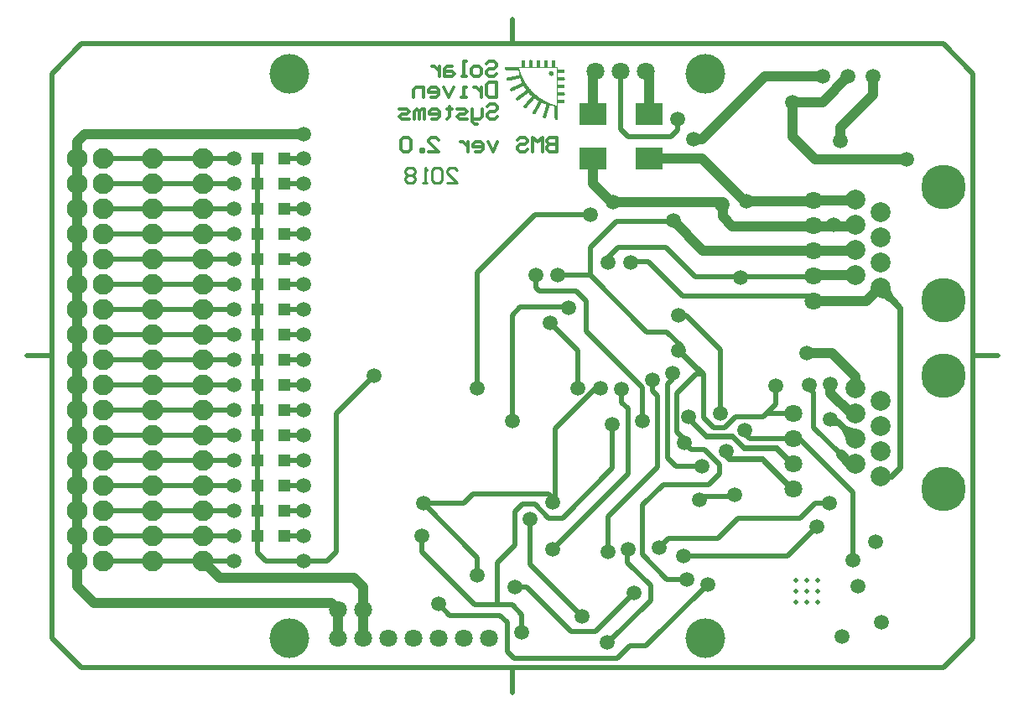
<source format=gbl>
G04 Layer_Physical_Order=2*
G04 Layer_Color=16711680*
%FSLAX25Y25*%
%MOIN*%
G70*
G01*
G75*
%ADD28R,0.05000X0.05000*%
%ADD36C,0.01969*%
%ADD37C,0.01181*%
%ADD38C,0.03937*%
%ADD42C,0.07087*%
%ADD43C,0.07874*%
%ADD44C,0.17716*%
%ADD45C,0.05906*%
%ADD46C,0.15748*%
%ADD47C,0.08268*%
%ADD48C,0.01969*%
%ADD49R,0.11024X0.08661*%
%ADD50C,0.02362*%
%ADD51C,0.00984*%
G36*
X313136Y98755D02*
X314773Y97333D01*
X315542Y96752D01*
X316279Y96257D01*
X316983Y95848D01*
X317655Y95525D01*
X318293Y95289D01*
X318900Y95139D01*
X319473Y95076D01*
X317973Y93576D01*
X320027Y91838D01*
X318635Y90446D01*
X317391Y91667D01*
X316679Y92282D01*
X315396Y90999D01*
X315333Y91573D01*
X315183Y92179D01*
X314947Y92818D01*
X314625Y93489D01*
X314216Y94193D01*
X313866Y94714D01*
X313397Y95119D01*
X312645Y95624D01*
X311990Y95985D01*
X311433Y96203D01*
X310975Y96277D01*
X310615Y96209D01*
X311595Y97463D01*
X310876Y98204D01*
X312268Y99596D01*
X313136Y98755D01*
D02*
G37*
G36*
X333337Y150604D02*
X333491Y150047D01*
X333739Y149444D01*
X334082Y148794D01*
X334519Y148097D01*
X335050Y147353D01*
X336395Y145723D01*
X337209Y144838D01*
X338118Y143906D01*
X336448Y142236D01*
X335515Y143144D01*
X333001Y145304D01*
X332257Y145835D01*
X331560Y146272D01*
X330909Y146614D01*
X330306Y146862D01*
X329750Y147017D01*
X329241Y147076D01*
X333278Y151113D01*
X333337Y150604D01*
D02*
G37*
G36*
X245893Y50804D02*
X245545Y50452D01*
X244265Y49012D01*
X244187Y48884D01*
X244147Y48787D01*
X244146Y48722D01*
X242419Y50450D01*
X242484Y50450D01*
X242581Y50490D01*
X242709Y50568D01*
X242869Y50685D01*
X243286Y51034D01*
X244149Y51848D01*
X244501Y52196D01*
X245893Y50804D01*
D02*
G37*
G36*
X318618Y82529D02*
X318913Y82305D01*
X318998Y82250D01*
X319077Y82206D01*
X319150Y82171D01*
X319216Y82146D01*
X319277Y82131D01*
X319331Y82126D01*
Y80158D01*
X319277Y80152D01*
X319216Y80138D01*
X319150Y80113D01*
X319077Y80078D01*
X318998Y80033D01*
X318913Y79978D01*
X318723Y79839D01*
X318508Y79660D01*
Y82624D01*
X318618Y82529D01*
D02*
G37*
G36*
X301699Y148243D02*
X301806Y148160D01*
X301922Y148084D01*
X302047Y148016D01*
X302181Y147954D01*
X302323Y147899D01*
X302474Y147852D01*
X302635Y147812D01*
X302804Y147779D01*
X302982Y147753D01*
X300789Y145561D01*
X300764Y145739D01*
X300690Y146068D01*
X300643Y146219D01*
X300588Y146362D01*
X300527Y146496D01*
X300458Y146620D01*
X300382Y146736D01*
X300299Y146844D01*
X300209Y146942D01*
X301601Y148334D01*
X301699Y148243D01*
D02*
G37*
G36*
X199530Y241578D02*
X199723D01*
Y241540D01*
X199838D01*
Y241501D01*
X199876D01*
Y241463D01*
X199915D01*
Y241424D01*
X199953D01*
Y241386D01*
X199991D01*
Y241348D01*
X199953D01*
Y241309D01*
X199991D01*
Y241271D01*
X200030D01*
Y241232D01*
Y241194D01*
Y241156D01*
X200068D01*
Y241117D01*
X200030D01*
Y241079D01*
X200068D01*
Y241040D01*
X200030D01*
Y241002D01*
X200068D01*
Y240964D01*
X200030D01*
Y240925D01*
X200068D01*
Y240887D01*
X200030D01*
Y240848D01*
X200068D01*
Y240810D01*
X200030D01*
Y240771D01*
X200068D01*
Y240733D01*
X200030D01*
Y240694D01*
X200068D01*
Y240656D01*
X200030D01*
Y240618D01*
X200068D01*
Y240579D01*
X200030D01*
Y240541D01*
X200068D01*
Y240502D01*
X200030D01*
Y240464D01*
X200068D01*
Y240426D01*
X200030D01*
Y240387D01*
X200068D01*
Y240349D01*
X200030D01*
Y240310D01*
X200068D01*
Y240272D01*
X200030D01*
Y240233D01*
X200068D01*
Y240195D01*
X200030D01*
Y240157D01*
X200068D01*
Y240118D01*
X200030D01*
Y240080D01*
X200068D01*
Y240041D01*
X200030D01*
Y240003D01*
X200068D01*
Y239965D01*
X200030D01*
Y239926D01*
X200068D01*
Y239888D01*
X200030D01*
Y239849D01*
X200068D01*
Y239811D01*
X200030D01*
Y239772D01*
X200068D01*
Y239734D01*
X200030D01*
Y239696D01*
X200068D01*
Y239657D01*
X200030D01*
Y239619D01*
X200068D01*
Y239580D01*
X200030D01*
Y239542D01*
X200068D01*
Y239503D01*
X200030D01*
Y239465D01*
X200068D01*
Y239427D01*
X200030D01*
Y239388D01*
X200068D01*
Y239350D01*
X200030D01*
Y239311D01*
X200068D01*
Y239273D01*
X200030D01*
Y239234D01*
X200068D01*
Y239196D01*
X200030D01*
Y239158D01*
X200068D01*
Y239119D01*
X200030D01*
Y239081D01*
X200068D01*
Y239042D01*
X200030D01*
Y239004D01*
X200068D01*
Y238966D01*
X200030D01*
Y238927D01*
X200683D01*
Y238889D01*
X200722D01*
Y238927D01*
X200760D01*
Y238889D01*
X200875D01*
Y238850D01*
X200990D01*
Y238812D01*
X201029D01*
Y238773D01*
X201067D01*
Y238735D01*
X201106D01*
Y238697D01*
X201144D01*
Y238658D01*
X201183D01*
Y238620D01*
Y238581D01*
Y238543D01*
X201221D01*
Y238504D01*
X201259D01*
Y238466D01*
Y238428D01*
Y238389D01*
X201298D01*
Y238351D01*
X201259D01*
Y238312D01*
X201298D01*
Y238274D01*
X201259D01*
Y238235D01*
X201298D01*
Y238197D01*
X201259D01*
Y238159D01*
X201298D01*
Y238120D01*
Y238082D01*
Y238043D01*
X201259D01*
Y238005D01*
X201298D01*
Y237966D01*
Y237928D01*
Y237890D01*
X201259D01*
Y237851D01*
X201298D01*
Y237813D01*
Y237774D01*
Y237736D01*
X201259D01*
Y237698D01*
X201298D01*
Y237659D01*
X201336D01*
Y237698D01*
X201375D01*
Y237659D01*
X201413D01*
Y237698D01*
X201451D01*
Y237659D01*
X201490D01*
Y237698D01*
X201528D01*
Y237659D01*
X201567D01*
Y237698D01*
X201605D01*
Y237659D01*
X201644D01*
Y237698D01*
X201682D01*
Y237659D01*
X201720D01*
Y237698D01*
X201759D01*
Y237659D01*
X201797D01*
Y237698D01*
X201836D01*
Y237659D01*
X201874D01*
Y237698D01*
X201913D01*
Y237659D01*
X201951D01*
Y237698D01*
X201989D01*
Y237659D01*
X202028D01*
Y237698D01*
X202066D01*
Y237659D01*
X202105D01*
Y237698D01*
X202143D01*
Y237659D01*
X202182D01*
Y237698D01*
X202220D01*
Y237659D01*
X202258D01*
Y237698D01*
X202297D01*
Y237659D01*
X202335D01*
Y237698D01*
X202374D01*
Y237659D01*
X202412D01*
Y237698D01*
X202450D01*
Y237659D01*
X202489D01*
Y237698D01*
X202527D01*
Y237659D01*
X202566D01*
Y237698D01*
X202604D01*
Y237659D01*
X202643D01*
Y237698D01*
X202681D01*
Y237659D01*
X202719D01*
Y237698D01*
X202758D01*
Y237659D01*
X202796D01*
Y237698D01*
X202835D01*
Y237659D01*
X202873D01*
Y237698D01*
X202912D01*
Y237659D01*
X202950D01*
Y237698D01*
X202988D01*
Y237659D01*
X203027D01*
Y237698D01*
X203065D01*
Y237659D01*
X203104D01*
Y237698D01*
X203142D01*
Y237659D01*
X203181D01*
Y237698D01*
X203219D01*
Y237659D01*
X203257D01*
Y237698D01*
X203296D01*
Y237659D01*
X203334D01*
Y237698D01*
X203373D01*
Y237659D01*
X203411D01*
Y237698D01*
X203450D01*
Y237659D01*
X203488D01*
Y237698D01*
X203526D01*
Y237659D01*
X203642D01*
Y237621D01*
X203757D01*
Y237582D01*
X203795D01*
Y237544D01*
X203834D01*
Y237506D01*
X203872D01*
Y237467D01*
X203910D01*
Y237429D01*
X203872D01*
Y237390D01*
X203910D01*
Y237352D01*
X203949D01*
Y237313D01*
X203987D01*
Y237275D01*
X203949D01*
Y237236D01*
Y237198D01*
Y237160D01*
X203987D01*
Y237121D01*
X203949D01*
Y237083D01*
Y237044D01*
Y237006D01*
X203987D01*
Y236967D01*
X203949D01*
Y236929D01*
Y236891D01*
Y236852D01*
X203987D01*
Y236814D01*
X203949D01*
Y236775D01*
Y236737D01*
Y236699D01*
Y236660D01*
Y236622D01*
X203910D01*
Y236583D01*
X203872D01*
Y236545D01*
X203910D01*
Y236507D01*
X203872D01*
Y236468D01*
X203834D01*
Y236430D01*
X203757D01*
Y236391D01*
X203680D01*
Y236353D01*
X203642D01*
Y236314D01*
X203603D01*
Y236353D01*
X203565D01*
Y236314D01*
X203526D01*
Y236353D01*
X203488D01*
Y236314D01*
X203450D01*
Y236353D01*
X203411D01*
Y236314D01*
X203373D01*
Y236353D01*
X203334D01*
Y236314D01*
X203296D01*
Y236353D01*
X203257D01*
Y236314D01*
X203219D01*
Y236353D01*
X203181D01*
Y236314D01*
X203142D01*
Y236353D01*
X203104D01*
Y236314D01*
X203065D01*
Y236353D01*
X203027D01*
Y236314D01*
X202988D01*
Y236353D01*
X202950D01*
Y236314D01*
X202912D01*
Y236353D01*
X202873D01*
Y236314D01*
X202835D01*
Y236353D01*
X202796D01*
Y236314D01*
X202758D01*
Y236353D01*
X202719D01*
Y236314D01*
X202681D01*
Y236353D01*
X202643D01*
Y236314D01*
X202604D01*
Y236353D01*
X202566D01*
Y236314D01*
X202527D01*
Y236353D01*
X202489D01*
Y236314D01*
X202450D01*
Y236353D01*
X202412D01*
Y236314D01*
X202374D01*
Y236353D01*
X202335D01*
Y236314D01*
X202297D01*
Y236353D01*
X202258D01*
Y236314D01*
X202220D01*
Y236353D01*
X202182D01*
Y236314D01*
X202143D01*
Y236353D01*
X202105D01*
Y236314D01*
X202066D01*
Y236353D01*
X202028D01*
Y236314D01*
X201989D01*
Y236353D01*
X201951D01*
Y236314D01*
X201913D01*
Y236353D01*
X201874D01*
Y236314D01*
X201836D01*
Y236353D01*
X201797D01*
Y236314D01*
X201759D01*
Y236353D01*
X201720D01*
Y236314D01*
X201682D01*
Y236353D01*
X201644D01*
Y236314D01*
X201605D01*
Y236353D01*
X201567D01*
Y236314D01*
X201528D01*
Y236353D01*
X201490D01*
Y236314D01*
X201451D01*
Y236353D01*
X201413D01*
Y236314D01*
X201375D01*
Y236353D01*
X201336D01*
Y236314D01*
X201298D01*
Y236276D01*
Y236238D01*
Y236199D01*
X201259D01*
Y236161D01*
X201298D01*
Y236122D01*
Y236084D01*
Y236045D01*
X201259D01*
Y236007D01*
X201298D01*
Y235968D01*
Y235930D01*
Y235892D01*
X201259D01*
Y235853D01*
X201298D01*
Y235815D01*
Y235776D01*
Y235738D01*
X201259D01*
Y235700D01*
X201298D01*
Y235661D01*
Y235623D01*
Y235584D01*
X201259D01*
Y235546D01*
X201298D01*
Y235507D01*
Y235469D01*
Y235431D01*
X201259D01*
Y235392D01*
X201298D01*
Y235354D01*
Y235315D01*
Y235277D01*
X201259D01*
Y235239D01*
X201298D01*
Y235200D01*
Y235162D01*
Y235123D01*
X201259D01*
Y235085D01*
X201298D01*
Y235046D01*
Y235008D01*
Y234969D01*
X201259D01*
Y234931D01*
X201298D01*
Y234893D01*
Y234854D01*
Y234816D01*
X201259D01*
Y234777D01*
X201298D01*
Y234739D01*
Y234701D01*
X203603D01*
Y234662D01*
X203642D01*
Y234701D01*
X203680D01*
Y234662D01*
X203718D01*
Y234624D01*
X203757D01*
Y234585D01*
X203795D01*
Y234547D01*
X203834D01*
Y234508D01*
X203872D01*
Y234470D01*
X203910D01*
Y234432D01*
Y234393D01*
X203949D01*
Y234355D01*
Y234316D01*
Y234278D01*
Y234240D01*
X203987D01*
Y234201D01*
X203949D01*
Y234163D01*
Y234124D01*
Y234086D01*
X203987D01*
Y234047D01*
X203949D01*
Y234009D01*
Y233971D01*
Y233932D01*
X203987D01*
Y233894D01*
X203949D01*
Y233855D01*
Y233817D01*
Y233779D01*
Y233740D01*
Y233702D01*
X203910D01*
Y233663D01*
Y233625D01*
Y233586D01*
X203872D01*
Y233548D01*
Y233509D01*
X203795D01*
Y233471D01*
X203834D01*
Y233433D01*
X203718D01*
Y233394D01*
X203680D01*
Y233356D01*
X201298D01*
Y233317D01*
Y233279D01*
X201259D01*
Y233241D01*
X201298D01*
Y233202D01*
Y233164D01*
Y233125D01*
X201259D01*
Y233087D01*
X201298D01*
Y233048D01*
Y233010D01*
Y232972D01*
X201259D01*
Y232933D01*
X201298D01*
Y232895D01*
Y232856D01*
Y232818D01*
X201259D01*
Y232780D01*
X201298D01*
Y232741D01*
Y232703D01*
Y232664D01*
X201259D01*
Y232626D01*
X201298D01*
Y232587D01*
Y232549D01*
Y232510D01*
X201259D01*
Y232472D01*
X201298D01*
Y232434D01*
Y232395D01*
Y232357D01*
X201259D01*
Y232318D01*
X201298D01*
Y232280D01*
Y232242D01*
Y232203D01*
X201259D01*
Y232165D01*
X201298D01*
Y232126D01*
Y232088D01*
Y232049D01*
X201259D01*
Y232011D01*
X201298D01*
Y231973D01*
Y231934D01*
Y231896D01*
X201259D01*
Y231857D01*
X201298D01*
Y231819D01*
Y231781D01*
Y231742D01*
X201336D01*
Y231704D01*
X201375D01*
Y231742D01*
X201413D01*
Y231704D01*
X201451D01*
Y231742D01*
X201490D01*
Y231704D01*
X201528D01*
Y231742D01*
X201567D01*
Y231704D01*
X201605D01*
Y231742D01*
X201644D01*
Y231704D01*
X201682D01*
Y231742D01*
X201720D01*
Y231704D01*
X201759D01*
Y231742D01*
X201797D01*
Y231704D01*
X201836D01*
Y231742D01*
X201874D01*
Y231704D01*
X201913D01*
Y231742D01*
X201951D01*
Y231704D01*
X201989D01*
Y231742D01*
X202028D01*
Y231704D01*
X202066D01*
Y231742D01*
X202105D01*
Y231704D01*
X202143D01*
Y231742D01*
X202182D01*
Y231704D01*
X202220D01*
Y231742D01*
X202258D01*
Y231704D01*
X202297D01*
Y231742D01*
X202335D01*
Y231704D01*
X202374D01*
Y231742D01*
X202412D01*
Y231704D01*
X202450D01*
Y231742D01*
X202489D01*
Y231704D01*
X202527D01*
Y231742D01*
X202566D01*
Y231704D01*
X202604D01*
Y231742D01*
X202643D01*
Y231704D01*
X202681D01*
Y231742D01*
X202719D01*
Y231704D01*
X202758D01*
Y231742D01*
X202796D01*
Y231704D01*
X202835D01*
Y231742D01*
X202873D01*
Y231704D01*
X202912D01*
Y231742D01*
X202950D01*
Y231704D01*
X202988D01*
Y231742D01*
X203027D01*
Y231704D01*
X203065D01*
Y231742D01*
X203104D01*
Y231704D01*
X203142D01*
Y231742D01*
X203181D01*
Y231704D01*
X203219D01*
Y231742D01*
X203257D01*
Y231704D01*
X203296D01*
Y231742D01*
X203334D01*
Y231704D01*
X203373D01*
Y231742D01*
X203411D01*
Y231704D01*
X203450D01*
Y231742D01*
X203488D01*
Y231704D01*
X203680D01*
Y231665D01*
X203718D01*
Y231627D01*
X203834D01*
Y231588D01*
Y231550D01*
X203910D01*
Y231511D01*
X203872D01*
Y231473D01*
X203910D01*
Y231435D01*
X203949D01*
Y231396D01*
Y231358D01*
Y231319D01*
Y231281D01*
Y231242D01*
Y231204D01*
Y231166D01*
X203987D01*
Y231127D01*
X203949D01*
Y231089D01*
Y231050D01*
Y231012D01*
X203987D01*
Y230974D01*
X203949D01*
Y230935D01*
Y230897D01*
Y230858D01*
X203987D01*
Y230820D01*
X203949D01*
Y230782D01*
Y230743D01*
Y230705D01*
X203910D01*
Y230666D01*
Y230628D01*
Y230589D01*
X203872D01*
Y230551D01*
X203834D01*
Y230512D01*
X203795D01*
Y230474D01*
X203757D01*
Y230436D01*
X203718D01*
Y230397D01*
X203680D01*
Y230436D01*
X203642D01*
Y230397D01*
X203603D01*
Y230359D01*
X203565D01*
Y230397D01*
X203526D01*
Y230359D01*
X203488D01*
Y230397D01*
X203450D01*
Y230359D01*
X203411D01*
Y230397D01*
X203373D01*
Y230359D01*
X203334D01*
Y230397D01*
X203296D01*
Y230359D01*
X203257D01*
Y230397D01*
X203219D01*
Y230359D01*
X203181D01*
Y230397D01*
X203142D01*
Y230359D01*
X203104D01*
Y230397D01*
X203065D01*
Y230359D01*
X203027D01*
Y230397D01*
X202988D01*
Y230359D01*
X202950D01*
Y230397D01*
X202912D01*
Y230359D01*
X202873D01*
Y230397D01*
X202835D01*
Y230359D01*
X202796D01*
Y230397D01*
X202758D01*
Y230359D01*
X202719D01*
Y230397D01*
X202681D01*
Y230359D01*
X202643D01*
Y230397D01*
X202604D01*
Y230359D01*
X202566D01*
Y230397D01*
X202527D01*
Y230359D01*
X202489D01*
Y230397D01*
X202450D01*
Y230359D01*
X202412D01*
Y230397D01*
X202374D01*
Y230359D01*
X202335D01*
Y230397D01*
X202297D01*
Y230359D01*
X202258D01*
Y230397D01*
X202220D01*
Y230359D01*
X202182D01*
Y230397D01*
X202143D01*
Y230359D01*
X202105D01*
Y230397D01*
X202066D01*
Y230359D01*
X202028D01*
Y230397D01*
X201989D01*
Y230359D01*
X201951D01*
Y230397D01*
X201913D01*
Y230359D01*
X201874D01*
Y230397D01*
X201836D01*
Y230359D01*
X201797D01*
Y230397D01*
X201759D01*
Y230359D01*
X201720D01*
Y230397D01*
X201682D01*
Y230359D01*
X201644D01*
Y230397D01*
X201605D01*
Y230359D01*
X201567D01*
Y230397D01*
X201528D01*
Y230359D01*
X201490D01*
Y230397D01*
X201451D01*
Y230359D01*
X201413D01*
Y230397D01*
X201375D01*
Y230359D01*
X201336D01*
Y230397D01*
X201298D01*
Y230359D01*
X201259D01*
Y230320D01*
X201298D01*
Y230282D01*
Y230244D01*
Y230205D01*
X201259D01*
Y230167D01*
X201298D01*
Y230128D01*
Y230090D01*
Y230051D01*
X201259D01*
Y230013D01*
X201298D01*
Y229975D01*
Y229936D01*
Y229898D01*
X201259D01*
Y229859D01*
X201298D01*
Y229821D01*
Y229783D01*
Y229744D01*
X201259D01*
Y229706D01*
X201298D01*
Y229667D01*
Y229629D01*
Y229590D01*
X201259D01*
Y229552D01*
X201298D01*
Y229514D01*
Y229475D01*
Y229437D01*
X201259D01*
Y229398D01*
X201298D01*
Y229360D01*
Y229321D01*
Y229283D01*
X201259D01*
Y229245D01*
X201298D01*
Y229206D01*
Y229168D01*
Y229129D01*
X201259D01*
Y229091D01*
X201298D01*
Y229052D01*
Y229014D01*
Y228976D01*
X201259D01*
Y228937D01*
X201298D01*
Y228899D01*
Y228860D01*
Y228822D01*
X201259D01*
Y228783D01*
X201298D01*
Y228745D01*
X201413D01*
Y228783D01*
X201451D01*
Y228745D01*
X201490D01*
Y228707D01*
X201528D01*
Y228745D01*
X201567D01*
Y228783D01*
X201605D01*
Y228745D01*
X201720D01*
Y228783D01*
X201759D01*
Y228745D01*
X201874D01*
Y228783D01*
X201913D01*
Y228745D01*
X202028D01*
Y228783D01*
X202066D01*
Y228745D01*
X202105D01*
Y228707D01*
X202143D01*
Y228745D01*
X202182D01*
Y228783D01*
X202220D01*
Y228745D01*
X202335D01*
Y228783D01*
X202374D01*
Y228745D01*
X202489D01*
Y228783D01*
X202527D01*
Y228745D01*
X202643D01*
Y228783D01*
X202681D01*
Y228745D01*
X202719D01*
Y228707D01*
X202758D01*
Y228745D01*
X202796D01*
Y228783D01*
X202835D01*
Y228745D01*
X202950D01*
Y228783D01*
X202988D01*
Y228745D01*
X203104D01*
Y228783D01*
X203142D01*
Y228745D01*
X203257D01*
Y228783D01*
X203296D01*
Y228745D01*
X203334D01*
Y228707D01*
X203373D01*
Y228745D01*
X203411D01*
Y228783D01*
X203450D01*
Y228745D01*
X203565D01*
Y228707D01*
X203603D01*
Y228745D01*
X203642D01*
Y228707D01*
X203757D01*
Y228668D01*
X203795D01*
Y228630D01*
X203834D01*
Y228591D01*
X203872D01*
Y228553D01*
X203910D01*
Y228515D01*
X203872D01*
Y228476D01*
X203910D01*
Y228438D01*
X203949D01*
Y228399D01*
Y228361D01*
Y228322D01*
Y228284D01*
Y228246D01*
X203987D01*
Y228207D01*
X203949D01*
Y228169D01*
Y228130D01*
Y228092D01*
X203987D01*
Y228053D01*
X203949D01*
Y228015D01*
Y227977D01*
Y227938D01*
X203987D01*
Y227900D01*
X203949D01*
Y227861D01*
Y227823D01*
Y227784D01*
Y227746D01*
Y227708D01*
X203910D01*
Y227669D01*
X203872D01*
Y227631D01*
X203910D01*
Y227592D01*
X203872D01*
Y227554D01*
X203834D01*
Y227516D01*
X203795D01*
Y227477D01*
X203757D01*
Y227439D01*
X203642D01*
Y227400D01*
X203603D01*
Y227439D01*
X203565D01*
Y227400D01*
X203450D01*
Y227439D01*
X203411D01*
Y227400D01*
X203296D01*
Y227439D01*
X203257D01*
Y227400D01*
X203142D01*
Y227439D01*
X203104D01*
Y227400D01*
X202988D01*
Y227439D01*
X202950D01*
Y227400D01*
X202835D01*
Y227439D01*
X202796D01*
Y227400D01*
X202681D01*
Y227439D01*
X202643D01*
Y227400D01*
X202527D01*
Y227439D01*
X202489D01*
Y227400D01*
X202374D01*
Y227439D01*
X202335D01*
Y227400D01*
X202220D01*
Y227439D01*
X202182D01*
Y227400D01*
X202066D01*
Y227439D01*
X202028D01*
Y227400D01*
X201913D01*
Y227439D01*
X201874D01*
Y227400D01*
X201759D01*
Y227439D01*
X201720D01*
Y227400D01*
X201605D01*
Y227439D01*
X201567D01*
Y227400D01*
X201451D01*
Y227439D01*
X201413D01*
Y227400D01*
X201298D01*
Y227362D01*
Y227324D01*
Y227285D01*
X201259D01*
Y227247D01*
X201298D01*
Y227208D01*
Y227170D01*
Y227131D01*
X201259D01*
Y227093D01*
X201298D01*
Y227055D01*
Y227016D01*
Y226978D01*
X201259D01*
Y226939D01*
X201298D01*
Y226901D01*
Y226862D01*
Y226824D01*
X201259D01*
Y226785D01*
X201298D01*
Y226747D01*
Y226709D01*
Y226670D01*
X201259D01*
Y226632D01*
X201298D01*
Y226593D01*
Y226555D01*
Y226517D01*
X201259D01*
Y226478D01*
X201298D01*
Y226440D01*
Y226401D01*
Y226363D01*
X201259D01*
Y226325D01*
X201298D01*
Y226286D01*
Y226248D01*
Y226209D01*
X201259D01*
Y226171D01*
X201298D01*
Y226132D01*
Y226094D01*
Y226056D01*
X201259D01*
Y226017D01*
X201298D01*
Y225979D01*
Y225940D01*
Y225902D01*
X201259D01*
Y225863D01*
X201298D01*
Y225825D01*
Y225786D01*
X201375D01*
Y225748D01*
X201413D01*
Y225786D01*
X201989D01*
Y225748D01*
X202028D01*
Y225786D01*
X202604D01*
Y225748D01*
X202643D01*
Y225786D01*
X203219D01*
Y225748D01*
X203257D01*
Y225786D01*
X203526D01*
Y225748D01*
X203565D01*
Y225786D01*
X203603D01*
Y225748D01*
X203718D01*
Y225710D01*
X203757D01*
Y225671D01*
X203795D01*
Y225633D01*
X203834D01*
Y225594D01*
X203872D01*
Y225556D01*
X203910D01*
Y225518D01*
Y225479D01*
X203949D01*
Y225441D01*
Y225402D01*
Y225364D01*
Y225325D01*
X203987D01*
Y225287D01*
X203949D01*
Y225249D01*
Y225210D01*
Y225172D01*
X203987D01*
Y225133D01*
X203949D01*
Y225095D01*
Y225057D01*
Y225018D01*
X203987D01*
Y224980D01*
X203949D01*
Y224941D01*
Y224903D01*
Y224864D01*
Y224826D01*
Y224788D01*
X203910D01*
Y224749D01*
Y224711D01*
Y224672D01*
X203872D01*
Y224634D01*
Y224595D01*
X203795D01*
Y224557D01*
X203834D01*
Y224519D01*
X203718D01*
Y224480D01*
X203680D01*
Y224442D01*
X201298D01*
Y224403D01*
Y224365D01*
X201259D01*
Y224326D01*
X201298D01*
Y224288D01*
Y224250D01*
Y224211D01*
X201259D01*
Y224173D01*
X201298D01*
Y224134D01*
Y224096D01*
Y224058D01*
X201259D01*
Y224019D01*
X201298D01*
Y223981D01*
Y223942D01*
Y223904D01*
X201259D01*
Y223865D01*
X201298D01*
Y223827D01*
Y223789D01*
Y223750D01*
X201259D01*
Y223712D01*
X201298D01*
Y223673D01*
Y223635D01*
Y223597D01*
X201259D01*
Y223558D01*
X201298D01*
Y223520D01*
Y223481D01*
Y223443D01*
X201259D01*
Y223404D01*
X201298D01*
Y223366D01*
Y223327D01*
Y223289D01*
X201259D01*
Y223251D01*
X201298D01*
Y223212D01*
X201259D01*
Y223174D01*
X201298D01*
Y223135D01*
X201259D01*
Y223097D01*
X201298D01*
Y223059D01*
X201259D01*
Y223020D01*
X201298D01*
Y222982D01*
X201259D01*
Y222943D01*
X201298D01*
Y222905D01*
X201259D01*
Y222866D01*
X201298D01*
Y222828D01*
X201259D01*
Y222790D01*
X201298D01*
Y222751D01*
X201259D01*
Y222713D01*
X201298D01*
Y222674D01*
X201259D01*
Y222636D01*
X201298D01*
Y222598D01*
X201259D01*
Y222559D01*
X201298D01*
Y222521D01*
X201259D01*
Y222482D01*
X201298D01*
Y222444D01*
X201259D01*
Y222405D01*
X201298D01*
Y222367D01*
X201259D01*
Y222328D01*
X201298D01*
Y222290D01*
X201259D01*
Y222252D01*
X201298D01*
Y222213D01*
X201259D01*
Y222175D01*
X201298D01*
Y222136D01*
X201259D01*
Y222098D01*
X201298D01*
Y222059D01*
X201259D01*
Y222021D01*
X201298D01*
Y221983D01*
X201259D01*
Y221944D01*
X201298D01*
Y221906D01*
X201259D01*
Y221867D01*
X201298D01*
Y221829D01*
X201259D01*
Y221791D01*
X201298D01*
Y221752D01*
X201259D01*
Y221714D01*
X201298D01*
Y221675D01*
X201259D01*
Y221637D01*
X201298D01*
Y221599D01*
X201259D01*
Y221560D01*
X201298D01*
Y221522D01*
X201259D01*
Y221483D01*
X201298D01*
Y221445D01*
X201259D01*
Y221406D01*
X201298D01*
Y221368D01*
X201259D01*
Y221329D01*
X201298D01*
Y221291D01*
X201259D01*
Y221253D01*
X201298D01*
Y221214D01*
X201259D01*
Y221176D01*
X201298D01*
Y221137D01*
X201259D01*
Y221099D01*
X201298D01*
Y221061D01*
X201259D01*
Y221022D01*
X201298D01*
Y220984D01*
X201259D01*
Y220945D01*
X201298D01*
Y220907D01*
X201259D01*
Y220868D01*
X201298D01*
Y220830D01*
X201259D01*
Y220792D01*
X201298D01*
Y220753D01*
X201259D01*
Y220715D01*
X201298D01*
Y220676D01*
X201259D01*
Y220638D01*
X201298D01*
Y220600D01*
X201259D01*
Y220561D01*
X201298D01*
Y220523D01*
X201259D01*
Y220484D01*
X201298D01*
Y220446D01*
X201259D01*
Y220407D01*
X201298D01*
Y220369D01*
X201259D01*
Y220331D01*
X201298D01*
Y220292D01*
X201259D01*
Y220254D01*
X201298D01*
Y220215D01*
X201259D01*
Y220177D01*
X201298D01*
Y220138D01*
X201259D01*
Y220100D01*
X201298D01*
Y220062D01*
X201259D01*
Y220023D01*
X201298D01*
Y219985D01*
X201259D01*
Y219946D01*
X201298D01*
Y219908D01*
X201259D01*
Y219869D01*
X201298D01*
Y219831D01*
X201259D01*
Y219793D01*
X201298D01*
Y219754D01*
X201259D01*
Y219716D01*
X201298D01*
Y219677D01*
X201259D01*
Y219639D01*
X201298D01*
Y219601D01*
X201259D01*
Y219562D01*
X201298D01*
Y219524D01*
X201259D01*
Y219485D01*
X201298D01*
Y219447D01*
X201259D01*
Y219408D01*
X201298D01*
Y219370D01*
X201259D01*
Y219332D01*
X201298D01*
Y219293D01*
X201259D01*
Y219255D01*
X201298D01*
Y219216D01*
X201259D01*
Y219178D01*
X201298D01*
Y219139D01*
X201259D01*
Y219101D01*
X201298D01*
Y219063D01*
X201259D01*
Y219024D01*
X201298D01*
Y218986D01*
X201259D01*
Y218947D01*
X201298D01*
Y218909D01*
X201259D01*
Y218870D01*
X201298D01*
Y218832D01*
X201259D01*
Y218794D01*
X201298D01*
Y218755D01*
X201259D01*
Y218717D01*
X201298D01*
Y218678D01*
X201259D01*
Y218640D01*
X201298D01*
Y218601D01*
X201259D01*
Y218563D01*
X201298D01*
Y218525D01*
X201259D01*
Y218486D01*
X201298D01*
Y218448D01*
X201259D01*
Y218409D01*
X201298D01*
Y218371D01*
X201259D01*
Y218333D01*
X201298D01*
Y218294D01*
X201259D01*
Y218256D01*
Y218217D01*
Y218179D01*
X201221D01*
Y218141D01*
X201183D01*
Y218102D01*
X201221D01*
Y218064D01*
X201183D01*
Y218025D01*
X201144D01*
Y217987D01*
X201106D01*
Y217948D01*
X201067D01*
Y217910D01*
X201029D01*
Y217871D01*
X200990D01*
Y217833D01*
X200875D01*
Y217795D01*
X200837D01*
Y217756D01*
X200798D01*
Y217795D01*
X200760D01*
Y217756D01*
X200491D01*
Y217795D01*
X200452D01*
Y217756D01*
X200414D01*
Y217795D01*
X200376D01*
Y217833D01*
X200260D01*
Y217871D01*
X200222D01*
Y217910D01*
X200184D01*
Y217948D01*
X200145D01*
Y217987D01*
X200107D01*
Y218025D01*
X200068D01*
Y218064D01*
X200030D01*
Y218102D01*
X199991D01*
Y218141D01*
Y218179D01*
Y218217D01*
X199953D01*
Y218256D01*
X199991D01*
Y218294D01*
X199953D01*
Y218333D01*
Y218371D01*
Y218409D01*
Y218448D01*
Y218486D01*
X199915D01*
Y218525D01*
X199953D01*
Y218563D01*
Y218601D01*
Y218640D01*
Y218678D01*
Y218717D01*
Y218755D01*
Y218794D01*
X199915D01*
Y218832D01*
X199953D01*
Y218870D01*
Y218909D01*
Y218947D01*
Y218986D01*
Y219024D01*
Y219063D01*
Y219101D01*
X199915D01*
Y219139D01*
X199953D01*
Y219178D01*
Y219216D01*
Y219255D01*
Y219293D01*
Y219332D01*
Y219370D01*
Y219408D01*
X199915D01*
Y219447D01*
X199953D01*
Y219485D01*
Y219524D01*
Y219562D01*
Y219601D01*
Y219639D01*
Y219677D01*
Y219716D01*
X199915D01*
Y219754D01*
X199953D01*
Y219793D01*
Y219831D01*
Y219869D01*
Y219908D01*
Y219946D01*
Y219985D01*
Y220023D01*
X199915D01*
Y220062D01*
X199953D01*
Y220100D01*
Y220138D01*
Y220177D01*
Y220215D01*
Y220254D01*
Y220292D01*
Y220331D01*
X199915D01*
Y220369D01*
X199953D01*
Y220407D01*
Y220446D01*
Y220484D01*
Y220523D01*
Y220561D01*
Y220600D01*
Y220638D01*
X199915D01*
Y220676D01*
X199953D01*
Y220715D01*
Y220753D01*
Y220792D01*
Y220830D01*
Y220868D01*
Y220907D01*
Y220945D01*
X199915D01*
Y220984D01*
X199953D01*
Y221022D01*
Y221061D01*
Y221099D01*
Y221137D01*
Y221176D01*
Y221214D01*
Y221253D01*
X199915D01*
Y221291D01*
X199953D01*
Y221329D01*
Y221368D01*
Y221406D01*
Y221445D01*
Y221483D01*
Y221522D01*
Y221560D01*
X199915D01*
Y221599D01*
X199953D01*
Y221637D01*
Y221675D01*
Y221714D01*
Y221752D01*
Y221791D01*
Y221829D01*
Y221867D01*
X199915D01*
Y221906D01*
X199953D01*
Y221944D01*
Y221983D01*
Y222021D01*
Y222059D01*
Y222098D01*
Y222136D01*
Y222175D01*
X199915D01*
Y222213D01*
X199953D01*
Y222252D01*
Y222290D01*
Y222328D01*
Y222367D01*
Y222405D01*
Y222444D01*
Y222482D01*
X199915D01*
Y222521D01*
X199953D01*
Y222559D01*
Y222598D01*
Y222636D01*
Y222674D01*
Y222713D01*
Y222751D01*
Y222790D01*
X199915D01*
Y222828D01*
X199953D01*
Y222866D01*
Y222905D01*
Y222943D01*
Y222982D01*
Y223020D01*
Y223059D01*
Y223097D01*
X199915D01*
Y223135D01*
X199953D01*
Y223174D01*
Y223212D01*
Y223251D01*
X199915D01*
Y223212D01*
X199876D01*
Y223251D01*
X199838D01*
Y223212D01*
X199799D01*
Y223251D01*
X199607D01*
Y223289D01*
X199569D01*
Y223251D01*
X199530D01*
Y223289D01*
X199492D01*
Y223251D01*
X199453D01*
Y223289D01*
X199261D01*
Y223327D01*
X199223D01*
Y223289D01*
X199185D01*
Y223327D01*
X199146D01*
Y223289D01*
X199108D01*
Y223327D01*
X199069D01*
Y223366D01*
X199031D01*
Y223327D01*
X198993D01*
Y223366D01*
X198954D01*
Y223327D01*
X198916D01*
Y223366D01*
X198723D01*
Y223404D01*
X198685D01*
Y223366D01*
X198647D01*
Y223404D01*
X198531D01*
Y223443D01*
X198493D01*
Y223404D01*
X198454D01*
Y223443D01*
X198262D01*
Y223481D01*
X198224D01*
Y223443D01*
X198186D01*
Y223481D01*
X198147D01*
Y223520D01*
X198109D01*
Y223481D01*
X198070D01*
Y223520D01*
X197955D01*
Y223481D01*
Y223443D01*
Y223404D01*
X197917D01*
Y223366D01*
X197878D01*
Y223327D01*
X197917D01*
Y223289D01*
X197878D01*
Y223251D01*
Y223212D01*
Y223174D01*
X197840D01*
Y223135D01*
Y223097D01*
Y223059D01*
X197801D01*
Y223020D01*
X197840D01*
Y222982D01*
X197801D01*
Y222943D01*
X197763D01*
Y222905D01*
Y222866D01*
Y222828D01*
X197724D01*
Y222790D01*
X197763D01*
Y222751D01*
X197724D01*
Y222713D01*
X197686D01*
Y222674D01*
Y222636D01*
Y222598D01*
X197648D01*
Y222559D01*
X197686D01*
Y222521D01*
X197648D01*
Y222482D01*
Y222444D01*
Y222405D01*
X197609D01*
Y222367D01*
X197571D01*
Y222328D01*
X197609D01*
Y222290D01*
X197571D01*
Y222252D01*
Y222213D01*
Y222175D01*
X197532D01*
Y222136D01*
Y222098D01*
Y222059D01*
X197494D01*
Y222021D01*
Y221983D01*
Y221944D01*
Y221906D01*
X197456D01*
Y221867D01*
Y221829D01*
X197417D01*
Y221791D01*
X197456D01*
Y221752D01*
X197417D01*
Y221714D01*
Y221675D01*
Y221637D01*
X197379D01*
Y221599D01*
Y221560D01*
Y221522D01*
X197340D01*
Y221483D01*
X197379D01*
Y221445D01*
X197340D01*
Y221406D01*
X197302D01*
Y221368D01*
Y221329D01*
Y221291D01*
X197263D01*
Y221253D01*
X197302D01*
Y221214D01*
X197263D01*
Y221176D01*
X197225D01*
Y221137D01*
Y221099D01*
Y221061D01*
X197187D01*
Y221022D01*
X197225D01*
Y220984D01*
X197187D01*
Y220945D01*
X197148D01*
Y220907D01*
Y220868D01*
Y220830D01*
X197110D01*
Y220792D01*
X197148D01*
Y220753D01*
X197110D01*
Y220715D01*
Y220676D01*
Y220638D01*
X197071D01*
Y220600D01*
X197033D01*
Y220561D01*
X197071D01*
Y220523D01*
X197033D01*
Y220484D01*
Y220446D01*
Y220407D01*
X196994D01*
Y220369D01*
Y220331D01*
Y220292D01*
X196956D01*
Y220254D01*
X196994D01*
Y220215D01*
X196956D01*
Y220177D01*
Y220138D01*
X196918D01*
Y220100D01*
Y220062D01*
X196879D01*
Y220023D01*
X196918D01*
Y219985D01*
X196879D01*
Y219946D01*
Y219908D01*
Y219869D01*
X196841D01*
Y219831D01*
Y219793D01*
Y219754D01*
X196802D01*
Y219716D01*
X196841D01*
Y219677D01*
X196802D01*
Y219639D01*
X196764D01*
Y219601D01*
Y219562D01*
Y219524D01*
X196725D01*
Y219485D01*
X196764D01*
Y219447D01*
X196725D01*
Y219408D01*
X196687D01*
Y219370D01*
Y219332D01*
Y219293D01*
X196649D01*
Y219255D01*
X196687D01*
Y219216D01*
X196649D01*
Y219178D01*
Y219139D01*
Y219101D01*
X196610D01*
Y219063D01*
X196572D01*
Y219024D01*
X196610D01*
Y218986D01*
X196572D01*
Y218947D01*
Y218909D01*
Y218870D01*
X196533D01*
Y218832D01*
Y218794D01*
Y218755D01*
X196495D01*
Y218717D01*
X196457D01*
Y218678D01*
X196418D01*
Y218640D01*
Y218601D01*
X196380D01*
Y218563D01*
X196341D01*
Y218525D01*
X196264D01*
Y218486D01*
X196226D01*
Y218448D01*
X196111D01*
Y218409D01*
X195995D01*
Y218371D01*
X195957D01*
Y218409D01*
X195919D01*
Y218371D01*
X195880D01*
Y218409D01*
X195842D01*
Y218371D01*
X195803D01*
Y218409D01*
X195765D01*
Y218448D01*
X195727D01*
Y218409D01*
X195688D01*
Y218448D01*
X195573D01*
Y218486D01*
X195534D01*
Y218525D01*
X195496D01*
Y218563D01*
X195458D01*
Y218601D01*
X195419D01*
Y218640D01*
X195381D01*
Y218678D01*
X195342D01*
Y218717D01*
X195304D01*
Y218755D01*
Y218794D01*
Y218832D01*
X195265D01*
Y218870D01*
Y218909D01*
Y218947D01*
X195227D01*
Y218986D01*
X195265D01*
Y219024D01*
X195227D01*
Y219063D01*
X195265D01*
Y219101D01*
X195227D01*
Y219139D01*
X195265D01*
Y219178D01*
Y219216D01*
Y219255D01*
X195304D01*
Y219293D01*
X195265D01*
Y219332D01*
X195304D01*
Y219370D01*
Y219408D01*
Y219447D01*
X195342D01*
Y219485D01*
X195381D01*
Y219524D01*
X195342D01*
Y219562D01*
X195381D01*
Y219601D01*
X195342D01*
Y219639D01*
X195381D01*
Y219677D01*
X195419D01*
Y219716D01*
Y219754D01*
Y219793D01*
X195458D01*
Y219831D01*
X195419D01*
Y219869D01*
X195458D01*
Y219908D01*
Y219946D01*
X195496D01*
Y219985D01*
Y220023D01*
Y220062D01*
Y220100D01*
X195534D01*
Y220138D01*
Y220177D01*
Y220215D01*
X195573D01*
Y220254D01*
Y220292D01*
Y220331D01*
X195611D01*
Y220369D01*
X195573D01*
Y220407D01*
X195611D01*
Y220446D01*
X195650D01*
Y220484D01*
Y220523D01*
Y220561D01*
X195688D01*
Y220600D01*
X195650D01*
Y220638D01*
X195688D01*
Y220676D01*
Y220715D01*
Y220753D01*
X195727D01*
Y220792D01*
X195765D01*
Y220830D01*
X195727D01*
Y220868D01*
X195765D01*
Y220907D01*
Y220945D01*
Y220984D01*
X195803D01*
Y221022D01*
X195842D01*
Y221061D01*
X195803D01*
Y221099D01*
X195842D01*
Y221137D01*
X195803D01*
Y221176D01*
X195842D01*
Y221214D01*
X195880D01*
Y221253D01*
Y221291D01*
Y221329D01*
X195919D01*
Y221368D01*
X195880D01*
Y221406D01*
X195919D01*
Y221445D01*
Y221483D01*
X195957D01*
Y221522D01*
Y221560D01*
X195995D01*
Y221599D01*
X195957D01*
Y221637D01*
X195995D01*
Y221675D01*
Y221714D01*
Y221752D01*
X196034D01*
Y221791D01*
Y221829D01*
Y221867D01*
X196072D01*
Y221906D01*
Y221944D01*
Y221983D01*
X196111D01*
Y222021D01*
Y222059D01*
Y222098D01*
X196149D01*
Y222136D01*
Y222175D01*
Y222213D01*
X196188D01*
Y222252D01*
Y222290D01*
Y222328D01*
X196226D01*
Y222367D01*
X196188D01*
Y222405D01*
X196226D01*
Y222444D01*
Y222482D01*
Y222521D01*
X196264D01*
Y222559D01*
X196303D01*
Y222598D01*
X196264D01*
Y222636D01*
X196303D01*
Y222674D01*
Y222713D01*
Y222751D01*
X196341D01*
Y222790D01*
Y222828D01*
Y222866D01*
X196380D01*
Y222905D01*
X196341D01*
Y222943D01*
X196380D01*
Y222982D01*
Y223020D01*
X196418D01*
Y223059D01*
Y223097D01*
X196457D01*
Y223135D01*
X196418D01*
Y223174D01*
X196457D01*
Y223212D01*
Y223251D01*
X196495D01*
Y223289D01*
Y223327D01*
X196533D01*
Y223366D01*
X196495D01*
Y223404D01*
X196533D01*
Y223443D01*
Y223481D01*
Y223520D01*
X196572D01*
Y223558D01*
Y223597D01*
Y223635D01*
X196610D01*
Y223673D01*
Y223712D01*
Y223750D01*
X196649D01*
Y223789D01*
Y223827D01*
Y223865D01*
X196610D01*
Y223904D01*
X196495D01*
Y223942D01*
X196457D01*
Y223904D01*
X196418D01*
Y223942D01*
X196380D01*
Y223981D01*
X196188D01*
Y224019D01*
X196149D01*
Y224058D01*
X196111D01*
Y224019D01*
X196072D01*
Y224058D01*
X196034D01*
Y224096D01*
X195995D01*
Y224058D01*
X195957D01*
Y224096D01*
X195919D01*
Y224134D01*
X195803D01*
Y224173D01*
X195765D01*
Y224134D01*
X195727D01*
Y224173D01*
X195688D01*
Y224211D01*
X195573D01*
Y224250D01*
X195534D01*
Y224288D01*
X195419D01*
Y224326D01*
X195304D01*
Y224365D01*
X195189D01*
Y224403D01*
X195150D01*
Y224442D01*
X195035D01*
Y224480D01*
X194997D01*
Y224519D01*
X194958D01*
Y224480D01*
X194920D01*
Y224519D01*
X194804D01*
Y224557D01*
X194766D01*
Y224519D01*
X194728D01*
Y224480D01*
Y224442D01*
X194689D01*
Y224403D01*
Y224365D01*
X194651D01*
Y224326D01*
Y224288D01*
X194612D01*
Y224250D01*
Y224211D01*
X194574D01*
Y224173D01*
X194535D01*
Y224134D01*
Y224096D01*
Y224058D01*
X194497D01*
Y224019D01*
X194459D01*
Y223981D01*
X194420D01*
Y223942D01*
X194459D01*
Y223904D01*
X194420D01*
Y223865D01*
X194382D01*
Y223827D01*
X194343D01*
Y223789D01*
Y223750D01*
Y223712D01*
X194305D01*
Y223673D01*
X194266D01*
Y223635D01*
Y223597D01*
X194228D01*
Y223558D01*
Y223520D01*
X194190D01*
Y223481D01*
X194151D01*
Y223443D01*
Y223404D01*
Y223366D01*
X194113D01*
Y223327D01*
X194074D01*
Y223289D01*
X194036D01*
Y223251D01*
X194074D01*
Y223212D01*
X194036D01*
Y223174D01*
X193998D01*
Y223135D01*
X193959D01*
Y223097D01*
Y223059D01*
Y223020D01*
X193921D01*
Y222982D01*
X193882D01*
Y222943D01*
Y222905D01*
X193844D01*
Y222866D01*
Y222828D01*
X193805D01*
Y222790D01*
X193767D01*
Y222751D01*
Y222713D01*
Y222674D01*
X193728D01*
Y222636D01*
X193690D01*
Y222598D01*
X193652D01*
Y222559D01*
X193690D01*
Y222521D01*
X193652D01*
Y222482D01*
X193613D01*
Y222444D01*
X193575D01*
Y222405D01*
Y222367D01*
Y222328D01*
X193536D01*
Y222290D01*
X193498D01*
Y222252D01*
X193536D01*
Y222213D01*
X193498D01*
Y222175D01*
X193460D01*
Y222136D01*
X193421D01*
Y222098D01*
Y222059D01*
X193383D01*
Y222021D01*
Y221983D01*
X193344D01*
Y221944D01*
X193306D01*
Y221906D01*
X193268D01*
Y221867D01*
X193306D01*
Y221829D01*
X193268D01*
Y221791D01*
X193229D01*
Y221752D01*
X193191D01*
Y221714D01*
Y221675D01*
Y221637D01*
X193152D01*
Y221599D01*
X193114D01*
Y221560D01*
Y221522D01*
Y221483D01*
X193075D01*
Y221445D01*
X193037D01*
Y221406D01*
Y221368D01*
X192999D01*
Y221329D01*
Y221291D01*
X192960D01*
Y221253D01*
X192922D01*
Y221214D01*
X192883D01*
Y221176D01*
X192922D01*
Y221137D01*
X192883D01*
Y221099D01*
X192845D01*
Y221061D01*
X192806D01*
Y221022D01*
X192845D01*
Y220984D01*
X192806D01*
Y220945D01*
X192768D01*
Y220907D01*
X192730D01*
Y220868D01*
X192768D01*
Y220830D01*
X192730D01*
Y220792D01*
X192691D01*
Y220753D01*
X192653D01*
Y220715D01*
Y220676D01*
X192614D01*
Y220638D01*
Y220600D01*
X192576D01*
Y220561D01*
Y220523D01*
X192537D01*
Y220484D01*
Y220446D01*
X192499D01*
Y220407D01*
X192461D01*
Y220369D01*
X192422D01*
Y220331D01*
X192461D01*
Y220292D01*
X192422D01*
Y220254D01*
X192384D01*
Y220215D01*
X192345D01*
Y220177D01*
X192307D01*
Y220138D01*
X192269D01*
Y220100D01*
X192230D01*
Y220062D01*
X192115D01*
Y220023D01*
X192076D01*
Y219985D01*
X191884D01*
Y219946D01*
X191846D01*
Y219985D01*
X191654D01*
Y220023D01*
X191615D01*
Y219985D01*
X191577D01*
Y220023D01*
X191539D01*
Y220062D01*
X191423D01*
Y220100D01*
Y220138D01*
X191346D01*
Y220177D01*
Y220215D01*
X191308D01*
Y220254D01*
Y220292D01*
X191270D01*
Y220331D01*
X191231D01*
Y220369D01*
X191193D01*
Y220407D01*
X191231D01*
Y220446D01*
X191193D01*
Y220484D01*
Y220523D01*
Y220561D01*
X191154D01*
Y220600D01*
X191193D01*
Y220638D01*
X191154D01*
Y220676D01*
X191193D01*
Y220715D01*
Y220753D01*
Y220792D01*
Y220830D01*
Y220868D01*
X191231D01*
Y220907D01*
Y220945D01*
Y220984D01*
X191270D01*
Y221022D01*
X191308D01*
Y221061D01*
Y221099D01*
X191346D01*
Y221137D01*
Y221176D01*
X191385D01*
Y221214D01*
Y221253D01*
X191423D01*
Y221291D01*
Y221329D01*
X191462D01*
Y221368D01*
X191500D01*
Y221406D01*
Y221445D01*
Y221483D01*
X191539D01*
Y221522D01*
X191577D01*
Y221560D01*
X191615D01*
Y221599D01*
Y221637D01*
Y221675D01*
X191654D01*
Y221714D01*
X191692D01*
Y221752D01*
Y221791D01*
X191731D01*
Y221829D01*
Y221867D01*
X191769D01*
Y221906D01*
Y221944D01*
X191807D01*
Y221983D01*
Y222021D01*
X191846D01*
Y222059D01*
X191884D01*
Y222098D01*
Y222136D01*
Y222175D01*
X191923D01*
Y222213D01*
X191961D01*
Y222252D01*
X191999D01*
Y222290D01*
Y222328D01*
Y222367D01*
X192038D01*
Y222405D01*
X192076D01*
Y222444D01*
Y222482D01*
Y222521D01*
X192115D01*
Y222559D01*
X192153D01*
Y222598D01*
Y222636D01*
X192192D01*
Y222674D01*
Y222713D01*
X192230D01*
Y222751D01*
X192269D01*
Y222790D01*
Y222828D01*
Y222866D01*
X192307D01*
Y222905D01*
X192345D01*
Y222943D01*
X192384D01*
Y222982D01*
Y223020D01*
Y223059D01*
X192422D01*
Y223097D01*
X192461D01*
Y223135D01*
Y223174D01*
X192499D01*
Y223212D01*
Y223251D01*
X192537D01*
Y223289D01*
Y223327D01*
X192576D01*
Y223366D01*
Y223404D01*
X192614D01*
Y223443D01*
X192653D01*
Y223481D01*
Y223520D01*
Y223558D01*
X192691D01*
Y223597D01*
X192730D01*
Y223635D01*
X192768D01*
Y223673D01*
Y223712D01*
Y223750D01*
X192806D01*
Y223789D01*
X192845D01*
Y223827D01*
Y223865D01*
Y223904D01*
X192883D01*
Y223942D01*
X192922D01*
Y223981D01*
Y224019D01*
X192960D01*
Y224058D01*
Y224096D01*
X192999D01*
Y224134D01*
X193037D01*
Y224173D01*
Y224211D01*
Y224250D01*
X193075D01*
Y224288D01*
X193114D01*
Y224326D01*
X193152D01*
Y224365D01*
X193114D01*
Y224403D01*
X193152D01*
Y224442D01*
X193191D01*
Y224480D01*
X193229D01*
Y224519D01*
Y224557D01*
Y224595D01*
X193268D01*
Y224634D01*
X193306D01*
Y224672D01*
Y224711D01*
X193344D01*
Y224749D01*
Y224788D01*
X193383D01*
Y224826D01*
X193421D01*
Y224864D01*
Y224903D01*
Y224941D01*
X193460D01*
Y224980D01*
X193498D01*
Y225018D01*
X193536D01*
Y225057D01*
Y225095D01*
Y225133D01*
X193575D01*
Y225172D01*
X193536D01*
Y225210D01*
X193498D01*
Y225249D01*
X193460D01*
Y225210D01*
X193421D01*
Y225249D01*
X193383D01*
Y225287D01*
X193344D01*
Y225325D01*
X193306D01*
Y225364D01*
X193191D01*
Y225402D01*
X193152D01*
Y225441D01*
X193037D01*
Y225479D01*
X193075D01*
Y225518D01*
X192960D01*
Y225556D01*
X192922D01*
Y225594D01*
X192806D01*
Y225633D01*
X192768D01*
Y225671D01*
X192730D01*
Y225710D01*
X192691D01*
Y225748D01*
X192576D01*
Y225786D01*
X192537D01*
Y225825D01*
X192499D01*
Y225863D01*
X192461D01*
Y225902D01*
X192345D01*
Y225940D01*
X192307D01*
Y225979D01*
X192269D01*
Y226017D01*
X192230D01*
Y226056D01*
X192115D01*
Y226094D01*
X192076D01*
Y226132D01*
X192038D01*
Y226171D01*
X191999D01*
Y226209D01*
X191846D01*
Y226171D01*
Y226132D01*
X191807D01*
Y226094D01*
X191769D01*
Y226056D01*
X191731D01*
Y226017D01*
X191692D01*
Y225979D01*
X191654D01*
Y225940D01*
X191615D01*
Y225902D01*
X191577D01*
Y225863D01*
X191539D01*
Y225825D01*
X191500D01*
Y225786D01*
Y225748D01*
X191423D01*
Y225710D01*
Y225671D01*
X191346D01*
Y225633D01*
X191385D01*
Y225594D01*
X191346D01*
Y225556D01*
X191308D01*
Y225518D01*
X191270D01*
Y225479D01*
X191231D01*
Y225441D01*
X191193D01*
Y225402D01*
X191154D01*
Y225364D01*
X191116D01*
Y225325D01*
X191077D01*
Y225287D01*
X191039D01*
Y225249D01*
X191000D01*
Y225210D01*
X190962D01*
Y225172D01*
X190924D01*
Y225133D01*
X190885D01*
Y225095D01*
Y225057D01*
X190847D01*
Y225018D01*
Y224980D01*
X190770D01*
Y224941D01*
Y224903D01*
X190732D01*
Y224864D01*
X190693D01*
Y224826D01*
X190655D01*
Y224788D01*
X190616D01*
Y224749D01*
X190578D01*
Y224711D01*
X190540D01*
Y224672D01*
X190501D01*
Y224634D01*
X190463D01*
Y224595D01*
X190424D01*
Y224557D01*
X190386D01*
Y224519D01*
X190347D01*
Y224480D01*
Y224442D01*
X190270D01*
Y224403D01*
X190309D01*
Y224365D01*
X190232D01*
Y224326D01*
Y224288D01*
X190194D01*
Y224250D01*
X190155D01*
Y224211D01*
X190117D01*
Y224173D01*
X190078D01*
Y224134D01*
X190040D01*
Y224096D01*
X190002D01*
Y224058D01*
X189963D01*
Y224019D01*
X189925D01*
Y223981D01*
X189886D01*
Y223942D01*
X189848D01*
Y223904D01*
X189809D01*
Y223865D01*
X189771D01*
Y223827D01*
X189733D01*
Y223789D01*
Y223750D01*
X189694D01*
Y223712D01*
Y223673D01*
X189617D01*
Y223635D01*
Y223597D01*
X189579D01*
Y223558D01*
X189541D01*
Y223520D01*
X189502D01*
Y223481D01*
X189464D01*
Y223443D01*
X189425D01*
Y223404D01*
X189387D01*
Y223366D01*
X189348D01*
Y223327D01*
X189310D01*
Y223289D01*
X189271D01*
Y223251D01*
Y223212D01*
X189195D01*
Y223174D01*
X189233D01*
Y223135D01*
X189156D01*
Y223097D01*
Y223059D01*
X189079D01*
Y223020D01*
Y222982D01*
X189041D01*
Y222943D01*
X189003D01*
Y222905D01*
X188964D01*
Y222866D01*
X188926D01*
Y222828D01*
X188887D01*
Y222790D01*
X188849D01*
Y222751D01*
X188811D01*
Y222713D01*
X188772D01*
Y222674D01*
X188734D01*
Y222636D01*
X188695D01*
Y222598D01*
X188657D01*
Y222559D01*
X188618D01*
Y222521D01*
X188580D01*
Y222482D01*
X188541D01*
Y222444D01*
X188503D01*
Y222405D01*
X188465D01*
Y222444D01*
X188426D01*
Y222405D01*
X188388D01*
Y222367D01*
X188042D01*
Y222405D01*
X188004D01*
Y222367D01*
X187965D01*
Y222405D01*
X187927D01*
Y222444D01*
X187812D01*
Y222482D01*
X187773D01*
Y222521D01*
X187735D01*
Y222559D01*
X187696D01*
Y222598D01*
X187658D01*
Y222636D01*
X187619D01*
Y222674D01*
Y222713D01*
Y222751D01*
X187581D01*
Y222790D01*
X187542D01*
Y222828D01*
Y222866D01*
Y222905D01*
X187504D01*
Y222943D01*
X187542D01*
Y222982D01*
X187504D01*
Y223020D01*
X187542D01*
Y223059D01*
X187504D01*
Y223097D01*
X187542D01*
Y223135D01*
X187504D01*
Y223174D01*
X187542D01*
Y223212D01*
Y223251D01*
X187581D01*
Y223289D01*
Y223327D01*
X187619D01*
Y223366D01*
Y223404D01*
X187658D01*
Y223443D01*
Y223481D01*
X187696D01*
Y223520D01*
X187735D01*
Y223558D01*
X187773D01*
Y223597D01*
X187812D01*
Y223635D01*
X187850D01*
Y223673D01*
X187888D01*
Y223712D01*
X187927D01*
Y223750D01*
Y223789D01*
X188004D01*
Y223827D01*
Y223865D01*
X188080D01*
Y223904D01*
X188042D01*
Y223942D01*
X188119D01*
Y223981D01*
Y224019D01*
X188157D01*
Y224058D01*
X188196D01*
Y224096D01*
X188234D01*
Y224134D01*
X188273D01*
Y224173D01*
X188311D01*
Y224211D01*
X188349D01*
Y224250D01*
X188388D01*
Y224288D01*
X188426D01*
Y224326D01*
X188465D01*
Y224365D01*
X188503D01*
Y224403D01*
X188541D01*
Y224442D01*
X188580D01*
Y224480D01*
Y224519D01*
Y224557D01*
X188657D01*
Y224595D01*
Y224634D01*
X188695D01*
Y224672D01*
X188734D01*
Y224711D01*
X188772D01*
Y224749D01*
X188811D01*
Y224788D01*
X188849D01*
Y224826D01*
X188887D01*
Y224864D01*
X188926D01*
Y224903D01*
X188964D01*
Y224941D01*
X189003D01*
Y224980D01*
X189041D01*
Y225018D01*
X189079D01*
Y225057D01*
Y225095D01*
X189156D01*
Y225133D01*
Y225172D01*
X189233D01*
Y225210D01*
X189195D01*
Y225249D01*
X189271D01*
Y225287D01*
Y225325D01*
X189310D01*
Y225364D01*
X189348D01*
Y225402D01*
X189387D01*
Y225441D01*
X189425D01*
Y225479D01*
X189464D01*
Y225518D01*
X189502D01*
Y225556D01*
X189541D01*
Y225594D01*
X189579D01*
Y225633D01*
X189617D01*
Y225671D01*
X189656D01*
Y225710D01*
X189694D01*
Y225748D01*
X189656D01*
Y225786D01*
X189733D01*
Y225825D01*
Y225863D01*
X189771D01*
Y225902D01*
X189809D01*
Y225940D01*
X189848D01*
Y225979D01*
X189886D01*
Y226017D01*
X189925D01*
Y226056D01*
X189963D01*
Y226094D01*
X190002D01*
Y226132D01*
X190040D01*
Y226171D01*
X190078D01*
Y226209D01*
X190117D01*
Y226248D01*
X190155D01*
Y226286D01*
Y226325D01*
X190232D01*
Y226363D01*
Y226401D01*
X190309D01*
Y226440D01*
Y226478D01*
X190347D01*
Y226517D01*
Y226555D01*
X190386D01*
Y226593D01*
X190424D01*
Y226632D01*
X190463D01*
Y226670D01*
X190501D01*
Y226709D01*
X190540D01*
Y226747D01*
X190578D01*
Y226785D01*
X190616D01*
Y226824D01*
X190655D01*
Y226862D01*
X190693D01*
Y226901D01*
X190732D01*
Y226939D01*
X190770D01*
Y226978D01*
X190732D01*
Y227016D01*
X190808D01*
Y227055D01*
Y227093D01*
X190847D01*
Y227131D01*
X190808D01*
Y227170D01*
X190770D01*
Y227208D01*
X190732D01*
Y227247D01*
X190693D01*
Y227285D01*
X190578D01*
Y227324D01*
X190616D01*
Y227362D01*
X190540D01*
Y227400D01*
Y227439D01*
X190424D01*
Y227477D01*
X190463D01*
Y227516D01*
X190347D01*
Y227554D01*
Y227592D01*
X190270D01*
Y227631D01*
Y227669D01*
X190194D01*
Y227708D01*
X190155D01*
Y227746D01*
X190117D01*
Y227784D01*
Y227823D01*
X190040D01*
Y227861D01*
Y227900D01*
X189963D01*
Y227938D01*
X190002D01*
Y227977D01*
X189886D01*
Y228015D01*
Y228053D01*
X189809D01*
Y228092D01*
X189848D01*
Y228130D01*
X189733D01*
Y228169D01*
X189771D01*
Y228207D01*
X189656D01*
Y228246D01*
X189694D01*
Y228284D01*
X189656D01*
Y228322D01*
X189617D01*
Y228361D01*
X189579D01*
Y228399D01*
X189541D01*
Y228438D01*
X189502D01*
Y228476D01*
X189464D01*
Y228515D01*
X189425D01*
Y228476D01*
X189387D01*
Y228438D01*
X189348D01*
Y228399D01*
X189310D01*
Y228361D01*
X189195D01*
Y228322D01*
X189156D01*
Y228284D01*
X189118D01*
Y228246D01*
X189079D01*
Y228207D01*
X189041D01*
Y228169D01*
X189003D01*
Y228130D01*
X188887D01*
Y228092D01*
X188849D01*
Y228053D01*
X188811D01*
Y228015D01*
X188772D01*
Y227977D01*
X188695D01*
Y227938D01*
Y227900D01*
X188580D01*
Y227861D01*
X188541D01*
Y227823D01*
X188503D01*
Y227784D01*
X188465D01*
Y227746D01*
X188426D01*
Y227708D01*
X188388D01*
Y227746D01*
X188349D01*
Y227708D01*
X188388D01*
Y227669D01*
X188273D01*
Y227631D01*
X188234D01*
Y227592D01*
X188196D01*
Y227554D01*
X188157D01*
Y227516D01*
X188080D01*
Y227477D01*
X188042D01*
Y227439D01*
X187965D01*
Y227400D01*
X187927D01*
Y227362D01*
X187888D01*
Y227324D01*
X187850D01*
Y227285D01*
X187735D01*
Y227247D01*
Y227208D01*
X187658D01*
Y227170D01*
X187619D01*
Y227131D01*
X187581D01*
Y227093D01*
X187542D01*
Y227055D01*
X187427D01*
Y227016D01*
X187389D01*
Y226978D01*
X187350D01*
Y226939D01*
X187312D01*
Y226901D01*
X187274D01*
Y226862D01*
X187235D01*
Y226824D01*
X187120D01*
Y226785D01*
X187081D01*
Y226747D01*
X187043D01*
Y226709D01*
X187005D01*
Y226670D01*
X186966D01*
Y226632D01*
X186928D01*
Y226593D01*
X186812D01*
Y226555D01*
X186774D01*
Y226517D01*
X186736D01*
Y226478D01*
X186697D01*
Y226440D01*
X186659D01*
Y226401D01*
X186620D01*
Y226440D01*
X186582D01*
Y226401D01*
X186620D01*
Y226363D01*
X186505D01*
Y226325D01*
X186467D01*
Y226286D01*
X186428D01*
Y226248D01*
X186390D01*
Y226209D01*
X186313D01*
Y226171D01*
X186275D01*
Y226132D01*
X186198D01*
Y226094D01*
X186159D01*
Y226056D01*
X186121D01*
Y226017D01*
X186082D01*
Y225979D01*
X185967D01*
Y225940D01*
X186006D01*
Y225902D01*
X185890D01*
Y225863D01*
X185852D01*
Y225825D01*
X185813D01*
Y225786D01*
X185775D01*
Y225748D01*
X185698D01*
Y225710D01*
X185621D01*
Y225671D01*
X185583D01*
Y225633D01*
X185545D01*
Y225594D01*
X185506D01*
Y225556D01*
X185468D01*
Y225518D01*
X185276D01*
Y225479D01*
X185237D01*
Y225518D01*
X185199D01*
Y225479D01*
X185083D01*
Y225518D01*
X185045D01*
Y225479D01*
X185007D01*
Y225518D01*
X184891D01*
Y225556D01*
X184853D01*
Y225518D01*
X184815D01*
Y225556D01*
X184776D01*
Y225594D01*
X184738D01*
Y225633D01*
X184699D01*
Y225671D01*
X184661D01*
Y225710D01*
X184622D01*
Y225748D01*
X184584D01*
Y225786D01*
X184546D01*
Y225825D01*
X184507D01*
Y225863D01*
X184546D01*
Y225902D01*
X184507D01*
Y225940D01*
Y225979D01*
Y226017D01*
X184469D01*
Y226056D01*
Y226094D01*
Y226132D01*
Y226171D01*
Y226209D01*
Y226248D01*
Y226286D01*
X184507D01*
Y226325D01*
Y226363D01*
Y226401D01*
X184546D01*
Y226440D01*
Y226478D01*
Y226517D01*
X184584D01*
Y226555D01*
X184622D01*
Y226593D01*
X184661D01*
Y226632D01*
X184699D01*
Y226670D01*
X184738D01*
Y226709D01*
X184776D01*
Y226747D01*
X184815D01*
Y226785D01*
X184891D01*
Y226824D01*
Y226862D01*
X184930D01*
Y226824D01*
X184968D01*
Y226862D01*
X185007D01*
Y226901D01*
X185045D01*
Y226939D01*
X185083D01*
Y226978D01*
X185122D01*
Y227016D01*
X185237D01*
Y227055D01*
X185276D01*
Y227093D01*
X185314D01*
Y227131D01*
X185352D01*
Y227170D01*
X185391D01*
Y227208D01*
X185429D01*
Y227247D01*
X185545D01*
Y227285D01*
X185583D01*
Y227324D01*
X185621D01*
Y227362D01*
X185660D01*
Y227400D01*
X185698D01*
Y227439D01*
X185737D01*
Y227477D01*
X185852D01*
Y227516D01*
X185890D01*
Y227554D01*
X185929D01*
Y227592D01*
X185967D01*
Y227631D01*
X186006D01*
Y227669D01*
X186044D01*
Y227708D01*
X186159D01*
Y227746D01*
X186198D01*
Y227784D01*
X186236D01*
Y227823D01*
X186275D01*
Y227861D01*
X186390D01*
Y227900D01*
Y227938D01*
X186467D01*
Y227977D01*
X186505D01*
Y228015D01*
X186544D01*
Y228053D01*
X186582D01*
Y228092D01*
X186697D01*
Y228130D01*
X186736D01*
Y228169D01*
X186774D01*
Y228207D01*
X186812D01*
Y228246D01*
X186851D01*
Y228284D01*
X186889D01*
Y228322D01*
X187005D01*
Y228361D01*
Y228399D01*
X187081D01*
Y228438D01*
X187120D01*
Y228476D01*
X187158D01*
Y228515D01*
X187197D01*
Y228553D01*
X187312D01*
Y228591D01*
X187350D01*
Y228630D01*
X187389D01*
Y228668D01*
X187427D01*
Y228707D01*
X187466D01*
Y228745D01*
X187504D01*
Y228783D01*
X187619D01*
Y228822D01*
X187658D01*
Y228860D01*
X187696D01*
Y228899D01*
X187735D01*
Y228937D01*
X187773D01*
Y228976D01*
X187812D01*
Y229014D01*
X187927D01*
Y229052D01*
X187965D01*
Y229091D01*
X188004D01*
Y229129D01*
X188042D01*
Y229168D01*
X188157D01*
Y229206D01*
Y229245D01*
X188234D01*
Y229283D01*
X188273D01*
Y229321D01*
X188311D01*
Y229360D01*
X188349D01*
Y229398D01*
X188388D01*
Y229437D01*
X188426D01*
Y229475D01*
X188541D01*
Y229514D01*
X188580D01*
Y229552D01*
X188618D01*
Y229590D01*
X188541D01*
Y229629D01*
Y229667D01*
X188503D01*
Y229706D01*
X188465D01*
Y229744D01*
X188426D01*
Y229783D01*
X188465D01*
Y229821D01*
X188388D01*
Y229859D01*
Y229898D01*
X188349D01*
Y229936D01*
X188311D01*
Y229975D01*
X188273D01*
Y230013D01*
Y230051D01*
X188234D01*
Y230090D01*
Y230128D01*
X188196D01*
Y230167D01*
X188157D01*
Y230205D01*
X188119D01*
Y230244D01*
Y230282D01*
X188080D01*
Y230320D01*
Y230359D01*
X188042D01*
Y230397D01*
X188004D01*
Y230436D01*
X187965D01*
Y230474D01*
Y230512D01*
X187927D01*
Y230551D01*
Y230589D01*
X187888D01*
Y230628D01*
X187850D01*
Y230666D01*
X187812D01*
Y230705D01*
X187850D01*
Y230743D01*
X187812D01*
Y230782D01*
X187773D01*
Y230820D01*
X187735D01*
Y230858D01*
Y230897D01*
X187696D01*
Y230935D01*
Y230974D01*
X187658D01*
Y231012D01*
X187619D01*
Y231050D01*
X187581D01*
Y231089D01*
X187619D01*
Y231127D01*
X187581D01*
Y231166D01*
X187542D01*
Y231204D01*
X187504D01*
Y231242D01*
X187466D01*
Y231204D01*
X187427D01*
Y231166D01*
X187389D01*
Y231204D01*
X187350D01*
Y231166D01*
X187389D01*
Y231127D01*
X187274D01*
Y231089D01*
X187158D01*
Y231050D01*
X187043D01*
Y231012D01*
X187005D01*
Y230974D01*
X186889D01*
Y230935D01*
X186851D01*
Y230897D01*
X186736D01*
Y230858D01*
X186697D01*
Y230820D01*
X186582D01*
Y230782D01*
X186544D01*
Y230743D01*
X186505D01*
Y230782D01*
X186467D01*
Y230743D01*
X186428D01*
Y230705D01*
X186313D01*
Y230666D01*
X186275D01*
Y230628D01*
X186236D01*
Y230666D01*
X186198D01*
Y230628D01*
X186159D01*
Y230589D01*
X186044D01*
Y230551D01*
X186006D01*
Y230512D01*
X185890D01*
Y230474D01*
X185852D01*
Y230436D01*
X185813D01*
Y230474D01*
X185775D01*
Y230436D01*
X185737D01*
Y230397D01*
X185698D01*
Y230436D01*
X185660D01*
Y230397D01*
X185698D01*
Y230359D01*
X185660D01*
Y230397D01*
X185621D01*
Y230359D01*
X185583D01*
Y230320D01*
X185468D01*
Y230282D01*
X185352D01*
Y230244D01*
X185314D01*
Y230205D01*
X185199D01*
Y230167D01*
X185160D01*
Y230128D01*
X185045D01*
Y230090D01*
X185007D01*
Y230051D01*
X184891D01*
Y230013D01*
X184776D01*
Y229975D01*
X184661D01*
Y229936D01*
X184622D01*
Y229898D01*
X184584D01*
Y229859D01*
X184546D01*
Y229898D01*
X184507D01*
Y229859D01*
X184469D01*
Y229821D01*
X184353D01*
Y229783D01*
X184315D01*
Y229744D01*
X184200D01*
Y229706D01*
X184161D01*
Y229667D01*
X184123D01*
Y229706D01*
X184084D01*
Y229667D01*
X184046D01*
Y229629D01*
X184008D01*
Y229667D01*
X183969D01*
Y229629D01*
X184008D01*
Y229590D01*
X183969D01*
Y229629D01*
X183931D01*
Y229590D01*
X183892D01*
Y229552D01*
X183777D01*
Y229514D01*
X183662D01*
Y229475D01*
X183623D01*
Y229437D01*
X183508D01*
Y229398D01*
X183470D01*
Y229360D01*
X183354D01*
Y229321D01*
X183316D01*
Y229283D01*
X183201D01*
Y229245D01*
X183086D01*
Y229206D01*
X182970D01*
Y229168D01*
X182932D01*
Y229206D01*
X182893D01*
Y229168D01*
X182778D01*
Y229206D01*
X182740D01*
Y229168D01*
X182778D01*
Y229129D01*
X182740D01*
Y229168D01*
X182701D01*
Y229206D01*
X182663D01*
Y229168D01*
X182624D01*
Y229206D01*
X182509D01*
Y229245D01*
X182471D01*
Y229283D01*
X182394D01*
Y229321D01*
Y229360D01*
X182317D01*
Y229398D01*
X182279D01*
Y229437D01*
X182240D01*
Y229475D01*
Y229514D01*
X182202D01*
Y229552D01*
Y229590D01*
Y229629D01*
X182163D01*
Y229667D01*
Y229706D01*
Y229744D01*
X182125D01*
Y229783D01*
X182163D01*
Y229821D01*
X182125D01*
Y229859D01*
X182163D01*
Y229898D01*
X182125D01*
Y229936D01*
X182163D01*
Y229975D01*
Y230013D01*
Y230051D01*
X182202D01*
Y230090D01*
Y230128D01*
Y230167D01*
X182240D01*
Y230205D01*
X182279D01*
Y230244D01*
X182317D01*
Y230282D01*
Y230320D01*
X182394D01*
Y230359D01*
X182432D01*
Y230397D01*
X182471D01*
Y230436D01*
X182509D01*
Y230474D01*
X182548D01*
Y230436D01*
X182586D01*
Y230474D01*
X182624D01*
Y230512D01*
X182740D01*
Y230551D01*
X182778D01*
Y230589D01*
X182817D01*
Y230551D01*
X182855D01*
Y230589D01*
X182893D01*
Y230628D01*
X183009D01*
Y230666D01*
X183047D01*
Y230705D01*
X183162D01*
Y230743D01*
X183201D01*
Y230782D01*
X183316D01*
Y230820D01*
X183354D01*
Y230858D01*
X183393D01*
Y230820D01*
X183431D01*
Y230858D01*
X183470D01*
Y230897D01*
X183508D01*
Y230858D01*
X183547D01*
Y230897D01*
X183585D01*
Y230935D01*
X183623D01*
Y230974D01*
X183662D01*
Y230935D01*
X183700D01*
Y230974D01*
X183739D01*
Y231012D01*
X183854D01*
Y231050D01*
X183892D01*
Y231089D01*
X184008D01*
Y231127D01*
X184046D01*
Y231166D01*
X184161D01*
Y231204D01*
X184200D01*
Y231242D01*
X184238D01*
Y231204D01*
X184277D01*
Y231242D01*
X184315D01*
Y231281D01*
X184430D01*
Y231319D01*
X184469D01*
Y231358D01*
X184507D01*
Y231319D01*
X184546D01*
Y231358D01*
X184584D01*
Y231396D01*
X184699D01*
Y231435D01*
X184738D01*
Y231473D01*
X184853D01*
Y231511D01*
X184891D01*
Y231550D01*
X185007D01*
Y231588D01*
X185045D01*
Y231627D01*
X185083D01*
Y231588D01*
X185122D01*
Y231627D01*
X185160D01*
Y231665D01*
X185199D01*
Y231627D01*
X185237D01*
Y231665D01*
X185276D01*
Y231704D01*
X185314D01*
Y231742D01*
X185352D01*
Y231704D01*
X185391D01*
Y231742D01*
X185429D01*
Y231781D01*
X185545D01*
Y231819D01*
X185583D01*
Y231857D01*
X185698D01*
Y231896D01*
X185737D01*
Y231934D01*
X185852D01*
Y231973D01*
X185890D01*
Y232011D01*
X185929D01*
Y231973D01*
X185967D01*
Y232011D01*
X186006D01*
Y232049D01*
X186121D01*
Y232088D01*
X186159D01*
Y232126D01*
X186198D01*
Y232088D01*
X186236D01*
Y232126D01*
X186275D01*
Y232165D01*
X186390D01*
Y232203D01*
X186428D01*
Y232242D01*
X186544D01*
Y232280D01*
X186582D01*
Y232318D01*
X186697D01*
Y232357D01*
X186736D01*
Y232395D01*
X186774D01*
Y232357D01*
X186812D01*
Y232395D01*
X186851D01*
Y232434D01*
X186889D01*
Y232395D01*
X186928D01*
Y232434D01*
X186889D01*
Y232472D01*
Y232510D01*
X186851D01*
Y232549D01*
Y232587D01*
X186812D01*
Y232626D01*
X186851D01*
Y232664D01*
X186812D01*
Y232703D01*
X186774D01*
Y232741D01*
Y232780D01*
Y232818D01*
X186736D01*
Y232856D01*
Y232895D01*
Y232933D01*
X186697D01*
Y232972D01*
X186659D01*
Y233010D01*
Y233048D01*
Y233087D01*
X186620D01*
Y233125D01*
X186582D01*
Y233164D01*
X186620D01*
Y233202D01*
X186582D01*
Y233241D01*
Y233279D01*
X186544D01*
Y233317D01*
Y233356D01*
X186505D01*
Y233394D01*
X186544D01*
Y233433D01*
X186505D01*
Y233471D01*
X186467D01*
Y233509D01*
Y233548D01*
Y233586D01*
X186428D01*
Y233625D01*
X186467D01*
Y233663D01*
X186428D01*
Y233702D01*
X186390D01*
Y233740D01*
Y233779D01*
Y233817D01*
X186351D01*
Y233855D01*
Y233894D01*
Y233932D01*
X186313D01*
Y233971D01*
Y234009D01*
Y234047D01*
X186275D01*
Y234086D01*
X186313D01*
Y234124D01*
X186275D01*
Y234163D01*
X186236D01*
Y234201D01*
Y234240D01*
Y234278D01*
X186044D01*
Y234240D01*
X186006D01*
Y234278D01*
X185967D01*
Y234240D01*
X185929D01*
Y234201D01*
X185890D01*
Y234240D01*
X185852D01*
Y234201D01*
X185660D01*
Y234163D01*
X185621D01*
Y234201D01*
X185583D01*
Y234163D01*
X185545D01*
Y234124D01*
X185506D01*
Y234163D01*
X185468D01*
Y234124D01*
X185276D01*
Y234086D01*
X185237D01*
Y234047D01*
X185199D01*
Y234086D01*
X185160D01*
Y234047D01*
X184968D01*
Y234009D01*
X184930D01*
Y234047D01*
X184891D01*
Y234009D01*
X184853D01*
Y233971D01*
X184815D01*
Y234009D01*
X184776D01*
Y233971D01*
X184584D01*
Y233932D01*
X184469D01*
Y233894D01*
X184277D01*
Y233855D01*
X184238D01*
Y233894D01*
X184200D01*
Y233855D01*
X184084D01*
Y233817D01*
X183892D01*
Y233779D01*
X183854D01*
Y233817D01*
X183816D01*
Y233779D01*
X183777D01*
Y233740D01*
X183739D01*
Y233779D01*
X183700D01*
Y233740D01*
X183508D01*
Y233702D01*
X183470D01*
Y233740D01*
X183431D01*
Y233702D01*
X183393D01*
Y233663D01*
X183354D01*
Y233702D01*
X183316D01*
Y233663D01*
X183201D01*
Y233625D01*
X183162D01*
Y233663D01*
X183124D01*
Y233625D01*
X183086D01*
Y233586D01*
X183047D01*
Y233625D01*
X183009D01*
Y233586D01*
X182817D01*
Y233548D01*
X182701D01*
Y233509D01*
X182663D01*
Y233548D01*
X182624D01*
Y233509D01*
X182509D01*
Y233471D01*
X182471D01*
Y233509D01*
X182432D01*
Y233471D01*
X182317D01*
Y233433D01*
X182125D01*
Y233394D01*
X182087D01*
Y233433D01*
X182048D01*
Y233394D01*
X181933D01*
Y233356D01*
X181741D01*
Y233317D01*
X181702D01*
Y233356D01*
X181664D01*
Y233317D01*
X181625D01*
Y233279D01*
X181587D01*
Y233317D01*
X181549D01*
Y233279D01*
X181357D01*
Y233241D01*
X181318D01*
Y233279D01*
X181126D01*
Y233317D01*
X181088D01*
Y233279D01*
X181049D01*
Y233317D01*
X181011D01*
Y233356D01*
X180934D01*
Y233394D01*
X180895D01*
Y233433D01*
X180819D01*
Y233471D01*
Y233509D01*
X180780D01*
Y233548D01*
X180742D01*
Y233586D01*
Y233625D01*
X180703D01*
Y233663D01*
X180665D01*
Y233702D01*
X180703D01*
Y233740D01*
X180665D01*
Y233779D01*
Y233817D01*
Y233855D01*
X180626D01*
Y233894D01*
X180665D01*
Y233932D01*
X180626D01*
Y233971D01*
X180665D01*
Y234009D01*
Y234047D01*
Y234086D01*
X180703D01*
Y234124D01*
X180665D01*
Y234163D01*
X180703D01*
Y234201D01*
Y234240D01*
X180742D01*
Y234278D01*
Y234316D01*
X180780D01*
Y234355D01*
X180819D01*
Y234393D01*
X180857D01*
Y234432D01*
X180895D01*
Y234470D01*
X180934D01*
Y234508D01*
X180972D01*
Y234547D01*
X181088D01*
Y234585D01*
X181126D01*
Y234547D01*
X181164D01*
Y234585D01*
X181203D01*
Y234624D01*
X181241D01*
Y234585D01*
X181280D01*
Y234624D01*
X181395D01*
Y234662D01*
X181433D01*
Y234624D01*
X181472D01*
Y234662D01*
X181510D01*
Y234701D01*
X181549D01*
Y234662D01*
X181587D01*
Y234701D01*
X181779D01*
Y234739D01*
X181818D01*
Y234701D01*
X181856D01*
Y234739D01*
X181894D01*
Y234777D01*
X181933D01*
Y234739D01*
X181971D01*
Y234777D01*
X182087D01*
Y234816D01*
X182125D01*
Y234777D01*
X182163D01*
Y234816D01*
X182202D01*
Y234777D01*
X182240D01*
Y234816D01*
X182279D01*
Y234854D01*
X182317D01*
Y234816D01*
X182355D01*
Y234854D01*
X182471D01*
Y234893D01*
X182509D01*
Y234854D01*
X182548D01*
Y234893D01*
X182663D01*
Y234931D01*
X182855D01*
Y234969D01*
X182970D01*
Y235008D01*
X183009D01*
Y234969D01*
X183047D01*
Y235008D01*
X183239D01*
Y235046D01*
X183354D01*
Y235085D01*
X183547D01*
Y235123D01*
X183585D01*
Y235085D01*
X183623D01*
Y235123D01*
X183662D01*
Y235162D01*
X183700D01*
Y235123D01*
X183739D01*
Y235162D01*
X183931D01*
Y235200D01*
X183969D01*
Y235162D01*
X184008D01*
Y235200D01*
X184046D01*
Y235239D01*
X184084D01*
Y235200D01*
X184123D01*
Y235239D01*
X184238D01*
Y235277D01*
X184277D01*
Y235239D01*
X184315D01*
Y235277D01*
X184430D01*
Y235315D01*
X184469D01*
Y235277D01*
X184507D01*
Y235315D01*
X184622D01*
Y235354D01*
X184661D01*
Y235315D01*
X184699D01*
Y235354D01*
X184815D01*
Y235392D01*
X185007D01*
Y235431D01*
X185122D01*
Y235469D01*
X185391D01*
Y235507D01*
X185506D01*
Y235546D01*
X185698D01*
Y235584D01*
X185737D01*
Y235546D01*
X185775D01*
Y235584D01*
X185813D01*
Y235623D01*
X185852D01*
Y235584D01*
X185890D01*
Y235623D01*
X185852D01*
Y235661D01*
Y235700D01*
Y235738D01*
X185813D01*
Y235776D01*
X185852D01*
Y235815D01*
X185813D01*
Y235853D01*
X185852D01*
Y235892D01*
X185813D01*
Y235930D01*
Y235968D01*
Y236007D01*
X185775D01*
Y236045D01*
Y236084D01*
Y236122D01*
X185737D01*
Y236161D01*
X185775D01*
Y236199D01*
X185737D01*
Y236238D01*
X185775D01*
Y236276D01*
X185737D01*
Y236314D01*
Y236353D01*
Y236391D01*
Y236430D01*
Y236468D01*
X185698D01*
Y236507D01*
X185737D01*
Y236545D01*
X185698D01*
Y236583D01*
Y236622D01*
Y236660D01*
X185660D01*
Y236699D01*
X185698D01*
Y236737D01*
X185660D01*
Y236775D01*
X185698D01*
Y236814D01*
X185660D01*
Y236852D01*
X185698D01*
Y236891D01*
X185660D01*
Y236929D01*
Y236967D01*
Y237006D01*
Y237044D01*
Y237083D01*
X185621D01*
Y237121D01*
Y237160D01*
Y237198D01*
Y237236D01*
Y237275D01*
X185583D01*
Y237313D01*
X185621D01*
Y237352D01*
X185583D01*
Y237390D01*
X185621D01*
Y237429D01*
X185583D01*
Y237467D01*
X185621D01*
Y237506D01*
X185583D01*
Y237544D01*
X185621D01*
Y237582D01*
X180511D01*
Y237621D01*
X180473D01*
Y237659D01*
X180358D01*
Y237698D01*
X180319D01*
Y237736D01*
X180281D01*
Y237774D01*
X180242D01*
Y237813D01*
X180204D01*
Y237851D01*
X180165D01*
Y237890D01*
X180127D01*
Y237928D01*
Y237966D01*
Y238005D01*
X180088D01*
Y238043D01*
X180050D01*
Y238082D01*
X180088D01*
Y238120D01*
X180050D01*
Y238159D01*
Y238197D01*
Y238235D01*
Y238274D01*
Y238312D01*
Y238351D01*
Y238389D01*
X180088D01*
Y238428D01*
X180050D01*
Y238466D01*
X180088D01*
Y238504D01*
X180127D01*
Y238543D01*
Y238581D01*
Y238620D01*
X180165D01*
Y238658D01*
X180204D01*
Y238697D01*
X180242D01*
Y238735D01*
X180281D01*
Y238773D01*
X180319D01*
Y238812D01*
X180358D01*
Y238850D01*
X180473D01*
Y238889D01*
X180511D01*
Y238927D01*
X180550D01*
Y238889D01*
X180588D01*
Y238927D01*
X186774D01*
Y238966D01*
Y239004D01*
Y239042D01*
Y239081D01*
Y239119D01*
Y239158D01*
Y239196D01*
Y239234D01*
Y239273D01*
Y239311D01*
Y239350D01*
Y239388D01*
Y239427D01*
Y239465D01*
Y239503D01*
Y239542D01*
Y239580D01*
Y239619D01*
Y239657D01*
Y239696D01*
Y239734D01*
Y239772D01*
Y239811D01*
Y239849D01*
Y239888D01*
Y239926D01*
Y239965D01*
Y240003D01*
Y240041D01*
Y240080D01*
Y240118D01*
Y240157D01*
Y240195D01*
Y240233D01*
Y240272D01*
Y240310D01*
Y240349D01*
Y240387D01*
Y240426D01*
Y240464D01*
Y240502D01*
Y240541D01*
Y240579D01*
Y240618D01*
Y240656D01*
Y240694D01*
Y240733D01*
Y240771D01*
Y240810D01*
Y240848D01*
Y240887D01*
Y240925D01*
Y240964D01*
Y241002D01*
Y241040D01*
Y241079D01*
Y241117D01*
Y241156D01*
Y241194D01*
X186812D01*
Y241232D01*
Y241271D01*
Y241309D01*
X186851D01*
Y241348D01*
X186812D01*
Y241386D01*
X186851D01*
Y241424D01*
X186889D01*
Y241463D01*
X186928D01*
Y241501D01*
X186966D01*
Y241540D01*
X187081D01*
Y241578D01*
X187120D01*
Y241540D01*
X187158D01*
Y241578D01*
X187197D01*
Y241617D01*
X187235D01*
Y241578D01*
X187350D01*
Y241617D01*
X187389D01*
Y241578D01*
X187504D01*
Y241617D01*
X187542D01*
Y241578D01*
X187658D01*
Y241617D01*
X187696D01*
Y241578D01*
X187735D01*
Y241540D01*
X187773D01*
Y241578D01*
X187812D01*
Y241540D01*
X187927D01*
Y241501D01*
X187965D01*
Y241463D01*
X188004D01*
Y241424D01*
X188042D01*
Y241386D01*
X188080D01*
Y241348D01*
Y241309D01*
Y241271D01*
X188119D01*
Y241232D01*
Y241194D01*
Y241156D01*
X188157D01*
Y241117D01*
X188119D01*
Y241079D01*
X188157D01*
Y241040D01*
X188119D01*
Y241002D01*
X188157D01*
Y240964D01*
X188119D01*
Y240925D01*
X188157D01*
Y240887D01*
X188119D01*
Y240848D01*
X188157D01*
Y240810D01*
X188119D01*
Y240771D01*
X188157D01*
Y240733D01*
X188119D01*
Y240694D01*
X188157D01*
Y240656D01*
X188119D01*
Y240618D01*
X188157D01*
Y240579D01*
X188119D01*
Y240541D01*
X188157D01*
Y240502D01*
X188119D01*
Y240464D01*
X188157D01*
Y240426D01*
X188119D01*
Y240387D01*
X188157D01*
Y240349D01*
X188119D01*
Y240310D01*
X188157D01*
Y240272D01*
X188119D01*
Y240233D01*
X188157D01*
Y240195D01*
X188119D01*
Y240157D01*
X188157D01*
Y240118D01*
X188119D01*
Y240080D01*
X188157D01*
Y240041D01*
X188119D01*
Y240003D01*
X188157D01*
Y239965D01*
X188119D01*
Y239926D01*
X188157D01*
Y239888D01*
X188119D01*
Y239849D01*
X188157D01*
Y239811D01*
X188119D01*
Y239772D01*
X188157D01*
Y239734D01*
X188119D01*
Y239696D01*
X188157D01*
Y239657D01*
X188119D01*
Y239619D01*
X188157D01*
Y239580D01*
X188119D01*
Y239542D01*
X188157D01*
Y239503D01*
X188119D01*
Y239465D01*
X188157D01*
Y239427D01*
X188119D01*
Y239388D01*
X188157D01*
Y239350D01*
X188119D01*
Y239311D01*
X188157D01*
Y239273D01*
X188119D01*
Y239234D01*
X188157D01*
Y239196D01*
X188119D01*
Y239158D01*
X188157D01*
Y239119D01*
X188119D01*
Y239081D01*
X188157D01*
Y239042D01*
X188119D01*
Y239004D01*
X188157D01*
Y238966D01*
X188119D01*
Y238927D01*
X189771D01*
Y238966D01*
X189733D01*
Y239004D01*
X189771D01*
Y239042D01*
X189733D01*
Y239081D01*
X189771D01*
Y239119D01*
X189733D01*
Y239158D01*
X189771D01*
Y239196D01*
X189733D01*
Y239234D01*
X189771D01*
Y239273D01*
X189733D01*
Y239311D01*
X189771D01*
Y239350D01*
X189733D01*
Y239388D01*
X189771D01*
Y239427D01*
X189733D01*
Y239465D01*
X189771D01*
Y239503D01*
X189733D01*
Y239542D01*
X189771D01*
Y239580D01*
X189733D01*
Y239619D01*
X189771D01*
Y239657D01*
X189733D01*
Y239696D01*
X189771D01*
Y239734D01*
X189733D01*
Y239772D01*
X189771D01*
Y239811D01*
X189733D01*
Y239849D01*
X189771D01*
Y239888D01*
X189733D01*
Y239926D01*
X189771D01*
Y239965D01*
X189733D01*
Y240003D01*
X189771D01*
Y240041D01*
X189733D01*
Y240080D01*
X189771D01*
Y240118D01*
X189733D01*
Y240157D01*
X189771D01*
Y240195D01*
X189733D01*
Y240233D01*
X189771D01*
Y240272D01*
X189733D01*
Y240310D01*
X189771D01*
Y240349D01*
X189733D01*
Y240387D01*
X189771D01*
Y240426D01*
X189733D01*
Y240464D01*
X189771D01*
Y240502D01*
X189733D01*
Y240541D01*
X189771D01*
Y240579D01*
X189733D01*
Y240618D01*
X189771D01*
Y240656D01*
X189733D01*
Y240694D01*
X189771D01*
Y240733D01*
X189733D01*
Y240771D01*
X189771D01*
Y240810D01*
X189733D01*
Y240848D01*
X189771D01*
Y240887D01*
X189733D01*
Y240925D01*
X189771D01*
Y240964D01*
X189733D01*
Y241002D01*
X189771D01*
Y241040D01*
X189733D01*
Y241079D01*
X189771D01*
Y241117D01*
X189733D01*
Y241156D01*
X189771D01*
Y241194D01*
X189733D01*
Y241232D01*
X189771D01*
Y241271D01*
Y241309D01*
X189809D01*
Y241348D01*
Y241386D01*
X189848D01*
Y241424D01*
X189886D01*
Y241463D01*
X189925D01*
Y241501D01*
X189963D01*
Y241540D01*
X190078D01*
Y241578D01*
X190270D01*
Y241617D01*
X190309D01*
Y241578D01*
X190424D01*
Y241617D01*
X190463D01*
Y241578D01*
X190578D01*
Y241617D01*
X190616D01*
Y241578D01*
X190808D01*
Y241540D01*
X190924D01*
Y241501D01*
X190962D01*
Y241463D01*
X191000D01*
Y241424D01*
X191039D01*
Y241386D01*
Y241348D01*
Y241309D01*
X191077D01*
Y241271D01*
Y241232D01*
Y241194D01*
X191116D01*
Y241156D01*
Y241117D01*
Y241079D01*
Y241040D01*
Y241002D01*
Y240964D01*
Y240925D01*
Y240887D01*
Y240848D01*
Y240810D01*
Y240771D01*
Y240733D01*
Y240694D01*
Y240656D01*
Y240618D01*
Y240579D01*
Y240541D01*
Y240502D01*
Y240464D01*
Y240426D01*
Y240387D01*
Y240349D01*
Y240310D01*
Y240272D01*
Y240233D01*
Y240195D01*
Y240157D01*
Y240118D01*
Y240080D01*
Y240041D01*
Y240003D01*
Y239965D01*
Y239926D01*
Y239888D01*
Y239849D01*
Y239811D01*
Y239772D01*
Y239734D01*
Y239696D01*
Y239657D01*
Y239619D01*
Y239580D01*
Y239542D01*
Y239503D01*
Y239465D01*
Y239427D01*
Y239388D01*
Y239350D01*
Y239311D01*
Y239273D01*
Y239234D01*
Y239196D01*
Y239158D01*
Y239119D01*
Y239081D01*
Y239042D01*
Y239004D01*
Y238966D01*
Y238927D01*
X192768D01*
Y238966D01*
X192730D01*
Y239004D01*
X192768D01*
Y239042D01*
X192730D01*
Y239081D01*
X192768D01*
Y239119D01*
X192730D01*
Y239158D01*
X192768D01*
Y239196D01*
X192730D01*
Y239234D01*
X192768D01*
Y239273D01*
X192730D01*
Y239311D01*
X192768D01*
Y239350D01*
X192730D01*
Y239388D01*
X192768D01*
Y239427D01*
X192730D01*
Y239465D01*
X192768D01*
Y239503D01*
X192730D01*
Y239542D01*
X192768D01*
Y239580D01*
X192730D01*
Y239619D01*
X192768D01*
Y239657D01*
X192730D01*
Y239696D01*
X192768D01*
Y239734D01*
X192730D01*
Y239772D01*
X192768D01*
Y239811D01*
X192730D01*
Y239849D01*
X192768D01*
Y239888D01*
X192730D01*
Y239926D01*
X192768D01*
Y239965D01*
X192730D01*
Y240003D01*
X192768D01*
Y240041D01*
X192730D01*
Y240080D01*
X192768D01*
Y240118D01*
X192730D01*
Y240157D01*
X192768D01*
Y240195D01*
X192730D01*
Y240233D01*
X192768D01*
Y240272D01*
X192730D01*
Y240310D01*
X192768D01*
Y240349D01*
X192730D01*
Y240387D01*
X192768D01*
Y240426D01*
X192730D01*
Y240464D01*
X192768D01*
Y240502D01*
X192730D01*
Y240541D01*
X192768D01*
Y240579D01*
X192730D01*
Y240618D01*
X192768D01*
Y240656D01*
X192730D01*
Y240694D01*
X192768D01*
Y240733D01*
X192730D01*
Y240771D01*
X192768D01*
Y240810D01*
X192730D01*
Y240848D01*
X192768D01*
Y240887D01*
X192730D01*
Y240925D01*
X192768D01*
Y240964D01*
X192730D01*
Y241002D01*
X192768D01*
Y241040D01*
X192730D01*
Y241079D01*
X192768D01*
Y241117D01*
X192730D01*
Y241156D01*
X192768D01*
Y241194D01*
X192730D01*
Y241232D01*
X192768D01*
Y241271D01*
X192730D01*
Y241309D01*
X192768D01*
Y241348D01*
X192806D01*
Y241386D01*
X192845D01*
Y241424D01*
Y241463D01*
X192922D01*
Y241501D01*
X192960D01*
Y241540D01*
X193075D01*
Y241578D01*
X193114D01*
Y241540D01*
X193152D01*
Y241578D01*
X193191D01*
Y241617D01*
X193229D01*
Y241578D01*
X193344D01*
Y241617D01*
X193383D01*
Y241578D01*
X193498D01*
Y241617D01*
X193536D01*
Y241578D01*
X193728D01*
Y241540D01*
X193767D01*
Y241578D01*
X193805D01*
Y241540D01*
X193844D01*
Y241501D01*
X193882D01*
Y241463D01*
X193998D01*
Y241424D01*
Y241386D01*
Y241348D01*
X194036D01*
Y241309D01*
X194074D01*
Y241271D01*
X194036D01*
Y241232D01*
X194074D01*
Y241194D01*
Y241156D01*
Y241117D01*
Y241079D01*
Y241040D01*
Y241002D01*
Y240964D01*
X194113D01*
Y240925D01*
X194074D01*
Y240887D01*
Y240848D01*
Y240810D01*
Y240771D01*
Y240733D01*
Y240694D01*
Y240656D01*
X194113D01*
Y240618D01*
X194074D01*
Y240579D01*
Y240541D01*
Y240502D01*
Y240464D01*
Y240426D01*
Y240387D01*
Y240349D01*
X194113D01*
Y240310D01*
X194074D01*
Y240272D01*
Y240233D01*
Y240195D01*
Y240157D01*
Y240118D01*
Y240080D01*
Y240041D01*
X194113D01*
Y240003D01*
X194074D01*
Y239965D01*
Y239926D01*
Y239888D01*
Y239849D01*
Y239811D01*
Y239772D01*
Y239734D01*
X194113D01*
Y239696D01*
X194074D01*
Y239657D01*
Y239619D01*
Y239580D01*
Y239542D01*
Y239503D01*
Y239465D01*
Y239427D01*
X194113D01*
Y239388D01*
X194074D01*
Y239350D01*
Y239311D01*
Y239273D01*
Y239234D01*
Y239196D01*
Y239158D01*
Y239119D01*
X194113D01*
Y239081D01*
X194074D01*
Y239042D01*
Y239004D01*
Y238966D01*
X194113D01*
Y238927D01*
X195727D01*
Y238966D01*
Y239004D01*
Y239042D01*
Y239081D01*
Y239119D01*
Y239158D01*
Y239196D01*
Y239234D01*
Y239273D01*
Y239311D01*
Y239350D01*
Y239388D01*
Y239427D01*
Y239465D01*
Y239503D01*
Y239542D01*
Y239580D01*
Y239619D01*
Y239657D01*
Y239696D01*
Y239734D01*
Y239772D01*
Y239811D01*
Y239849D01*
Y239888D01*
Y239926D01*
Y239965D01*
Y240003D01*
Y240041D01*
Y240080D01*
Y240118D01*
Y240157D01*
Y240195D01*
Y240233D01*
Y240272D01*
Y240310D01*
Y240349D01*
Y240387D01*
Y240426D01*
Y240464D01*
Y240502D01*
Y240541D01*
Y240579D01*
Y240618D01*
Y240656D01*
Y240694D01*
Y240733D01*
Y240771D01*
Y240810D01*
Y240848D01*
Y240887D01*
Y240925D01*
Y240964D01*
Y241002D01*
Y241040D01*
Y241079D01*
Y241117D01*
Y241156D01*
Y241194D01*
Y241232D01*
X195765D01*
Y241271D01*
X195727D01*
Y241309D01*
X195765D01*
Y241348D01*
X195803D01*
Y241386D01*
Y241424D01*
Y241463D01*
X195919D01*
Y241501D01*
X195957D01*
Y241540D01*
X195995D01*
Y241578D01*
X196034D01*
Y241540D01*
X196072D01*
Y241578D01*
X196264D01*
Y241617D01*
X196303D01*
Y241578D01*
X196418D01*
Y241617D01*
X196457D01*
Y241578D01*
X196572D01*
Y241617D01*
X196610D01*
Y241578D01*
X196649D01*
Y241540D01*
X196687D01*
Y241578D01*
X196725D01*
Y241540D01*
X196841D01*
Y241501D01*
X196879D01*
Y241463D01*
X196918D01*
Y241424D01*
X196956D01*
Y241386D01*
X196994D01*
Y241348D01*
X197033D01*
Y241309D01*
X197071D01*
Y241271D01*
X197033D01*
Y241232D01*
X197071D01*
Y241194D01*
X197033D01*
Y241156D01*
X197071D01*
Y241117D01*
Y241079D01*
Y241040D01*
X197033D01*
Y241002D01*
X197071D01*
Y240964D01*
X197033D01*
Y240925D01*
X197071D01*
Y240887D01*
X197033D01*
Y240848D01*
X197071D01*
Y240810D01*
Y240771D01*
Y240733D01*
X197033D01*
Y240694D01*
X197071D01*
Y240656D01*
X197033D01*
Y240618D01*
X197071D01*
Y240579D01*
X197033D01*
Y240541D01*
X197071D01*
Y240502D01*
X197033D01*
Y240464D01*
X197071D01*
Y240426D01*
X197033D01*
Y240387D01*
X197071D01*
Y240349D01*
X197033D01*
Y240310D01*
X197071D01*
Y240272D01*
X197033D01*
Y240233D01*
X197071D01*
Y240195D01*
Y240157D01*
Y240118D01*
X197033D01*
Y240080D01*
X197071D01*
Y240041D01*
X197033D01*
Y240003D01*
X197071D01*
Y239965D01*
X197033D01*
Y239926D01*
X197071D01*
Y239888D01*
X197033D01*
Y239849D01*
X197071D01*
Y239811D01*
X197033D01*
Y239772D01*
X197071D01*
Y239734D01*
X197033D01*
Y239696D01*
X197071D01*
Y239657D01*
X197033D01*
Y239619D01*
X197071D01*
Y239580D01*
Y239542D01*
Y239503D01*
X197033D01*
Y239465D01*
X197071D01*
Y239427D01*
X197033D01*
Y239388D01*
X197071D01*
Y239350D01*
X197033D01*
Y239311D01*
X197071D01*
Y239273D01*
X197033D01*
Y239234D01*
X197071D01*
Y239196D01*
X197033D01*
Y239158D01*
X197071D01*
Y239119D01*
X197033D01*
Y239081D01*
X197071D01*
Y239042D01*
X197033D01*
Y239004D01*
X197071D01*
Y238966D01*
Y238927D01*
X198685D01*
Y238966D01*
Y239004D01*
Y239042D01*
Y239081D01*
Y239119D01*
Y239158D01*
Y239196D01*
X198723D01*
Y239234D01*
X198685D01*
Y239273D01*
Y239311D01*
Y239350D01*
Y239388D01*
Y239427D01*
Y239465D01*
Y239503D01*
X198723D01*
Y239542D01*
X198685D01*
Y239580D01*
Y239619D01*
Y239657D01*
Y239696D01*
Y239734D01*
Y239772D01*
Y239811D01*
X198723D01*
Y239849D01*
X198685D01*
Y239888D01*
Y239926D01*
Y239965D01*
Y240003D01*
Y240041D01*
Y240080D01*
Y240118D01*
X198723D01*
Y240157D01*
X198685D01*
Y240195D01*
Y240233D01*
Y240272D01*
Y240310D01*
Y240349D01*
Y240387D01*
Y240426D01*
X198723D01*
Y240464D01*
X198685D01*
Y240502D01*
Y240541D01*
Y240579D01*
Y240618D01*
Y240656D01*
Y240694D01*
Y240733D01*
X198723D01*
Y240771D01*
X198685D01*
Y240810D01*
Y240848D01*
Y240887D01*
Y240925D01*
Y240964D01*
Y241002D01*
Y241040D01*
X198723D01*
Y241079D01*
X198685D01*
Y241117D01*
Y241156D01*
Y241194D01*
X198723D01*
Y241232D01*
X198685D01*
Y241271D01*
X198723D01*
Y241309D01*
X198762D01*
Y241348D01*
Y241386D01*
Y241424D01*
X198800D01*
Y241463D01*
X198839D01*
Y241501D01*
X198877D01*
Y241540D01*
X198993D01*
Y241578D01*
X199185D01*
Y241617D01*
X199223D01*
Y241578D01*
X199338D01*
Y241617D01*
X199377D01*
Y241578D01*
X199492D01*
Y241617D01*
X199530D01*
Y241578D01*
D02*
G37*
G36*
X328513Y232863D02*
X328490Y232692D01*
X328470Y232424D01*
X328410Y229641D01*
X328405Y227854D01*
X324468D01*
X324334Y232939D01*
X328539D01*
X328513Y232863D01*
D02*
G37*
%LPC*%
G36*
X200529Y238504D02*
X200491D01*
Y238466D01*
X200452D01*
Y238504D01*
X185737D01*
Y238466D01*
Y238428D01*
Y238389D01*
X185775D01*
Y238351D01*
X185737D01*
Y238312D01*
X185775D01*
Y238274D01*
Y238235D01*
Y238197D01*
X185813D01*
Y238159D01*
Y238120D01*
Y238082D01*
X185852D01*
Y238043D01*
Y238005D01*
Y237966D01*
X185890D01*
Y237928D01*
Y237890D01*
Y237851D01*
X185929D01*
Y237813D01*
X185890D01*
Y237774D01*
X185929D01*
Y237736D01*
X185967D01*
Y237698D01*
X185929D01*
Y237659D01*
X185967D01*
Y237621D01*
X186006D01*
Y237582D01*
X185967D01*
Y237544D01*
X186006D01*
Y237506D01*
Y237467D01*
Y237429D01*
X186044D01*
Y237390D01*
X186082D01*
Y237352D01*
X186044D01*
Y237313D01*
X186082D01*
Y237275D01*
Y237236D01*
Y237198D01*
X186121D01*
Y237160D01*
X186159D01*
Y237121D01*
X186121D01*
Y237083D01*
X186159D01*
Y237044D01*
Y237006D01*
Y236967D01*
X186198D01*
Y236929D01*
X186236D01*
Y236891D01*
X186198D01*
Y236852D01*
X186236D01*
Y236814D01*
Y236775D01*
Y236737D01*
X186275D01*
Y236699D01*
X186313D01*
Y236660D01*
X186275D01*
Y236622D01*
X186313D01*
Y236583D01*
X186351D01*
Y236545D01*
Y236507D01*
Y236468D01*
X186390D01*
Y236430D01*
Y236391D01*
Y236353D01*
X186428D01*
Y236314D01*
Y236276D01*
Y236238D01*
X186467D01*
Y236199D01*
Y236161D01*
X186505D01*
Y236122D01*
Y236084D01*
X186544D01*
Y236045D01*
X186505D01*
Y236007D01*
X186544D01*
Y235968D01*
X186582D01*
Y235930D01*
X186620D01*
Y235892D01*
X186582D01*
Y235853D01*
X186620D01*
Y235815D01*
X186659D01*
Y235776D01*
Y235738D01*
Y235700D01*
X186697D01*
Y235661D01*
Y235623D01*
Y235584D01*
X186736D01*
Y235546D01*
X186774D01*
Y235507D01*
X186736D01*
Y235469D01*
X186774D01*
Y235431D01*
X186812D01*
Y235392D01*
Y235354D01*
Y235315D01*
X186851D01*
Y235277D01*
X186889D01*
Y235239D01*
Y235200D01*
Y235162D01*
X186928D01*
Y235123D01*
Y235085D01*
X186966D01*
Y235046D01*
Y235008D01*
X187005D01*
Y234969D01*
Y234931D01*
Y234893D01*
X187043D01*
Y234854D01*
X187081D01*
Y234816D01*
Y234777D01*
Y234739D01*
X187120D01*
Y234701D01*
X187158D01*
Y234662D01*
X187120D01*
Y234624D01*
X187158D01*
Y234585D01*
X187197D01*
Y234547D01*
X187235D01*
Y234508D01*
X187197D01*
Y234470D01*
X187235D01*
Y234432D01*
X187274D01*
Y234393D01*
X187312D01*
Y234355D01*
X187274D01*
Y234316D01*
X187312D01*
Y234278D01*
X187350D01*
Y234240D01*
X187389D01*
Y234201D01*
Y234163D01*
Y234124D01*
X187427D01*
Y234086D01*
X187466D01*
Y234047D01*
X187427D01*
Y234009D01*
X187466D01*
Y233971D01*
X187504D01*
Y233932D01*
X187542D01*
Y233894D01*
Y233855D01*
Y233817D01*
X187581D01*
Y233779D01*
X187619D01*
Y233740D01*
Y233702D01*
Y233663D01*
X187658D01*
Y233625D01*
X187696D01*
Y233586D01*
Y233548D01*
X187735D01*
Y233509D01*
Y233471D01*
X187773D01*
Y233433D01*
X187812D01*
Y233394D01*
Y233356D01*
Y233317D01*
X187850D01*
Y233279D01*
X187888D01*
Y233241D01*
X187927D01*
Y233202D01*
Y233164D01*
X187965D01*
Y233125D01*
Y233087D01*
X188004D01*
Y233048D01*
X188042D01*
Y233010D01*
Y232972D01*
Y232933D01*
X188080D01*
Y232895D01*
X188119D01*
Y232856D01*
X188157D01*
Y232818D01*
Y232780D01*
Y232741D01*
X188196D01*
Y232703D01*
X188234D01*
Y232664D01*
X188273D01*
Y232626D01*
Y232587D01*
Y232549D01*
X188311D01*
Y232510D01*
X188349D01*
Y232472D01*
X188388D01*
Y232434D01*
Y232395D01*
X188465D01*
Y232357D01*
X188426D01*
Y232318D01*
X188465D01*
Y232280D01*
X188503D01*
Y232242D01*
X188541D01*
Y232203D01*
Y232165D01*
X188580D01*
Y232126D01*
Y232088D01*
X188618D01*
Y232049D01*
X188657D01*
Y232011D01*
X188695D01*
Y231973D01*
Y231934D01*
X188772D01*
Y231896D01*
X188734D01*
Y231857D01*
X188772D01*
Y231819D01*
X188811D01*
Y231781D01*
X188849D01*
Y231742D01*
X188887D01*
Y231704D01*
X188926D01*
Y231665D01*
X188887D01*
Y231627D01*
X188964D01*
Y231588D01*
Y231550D01*
X189003D01*
Y231511D01*
X189041D01*
Y231473D01*
X189079D01*
Y231435D01*
Y231396D01*
X189156D01*
Y231358D01*
X189118D01*
Y231319D01*
X189156D01*
Y231281D01*
X189195D01*
Y231242D01*
X189233D01*
Y231204D01*
X189271D01*
Y231166D01*
X189310D01*
Y231127D01*
Y231089D01*
X189348D01*
Y231050D01*
Y231012D01*
X189387D01*
Y230974D01*
X189425D01*
Y230935D01*
X189464D01*
Y230897D01*
X189502D01*
Y230858D01*
X189541D01*
Y230820D01*
Y230782D01*
X189617D01*
Y230743D01*
Y230705D01*
X189656D01*
Y230666D01*
Y230628D01*
X189694D01*
Y230589D01*
X189733D01*
Y230551D01*
X189771D01*
Y230512D01*
X189809D01*
Y230474D01*
X189848D01*
Y230436D01*
X189886D01*
Y230397D01*
X189925D01*
Y230359D01*
Y230320D01*
X189963D01*
Y230282D01*
Y230244D01*
X190002D01*
Y230205D01*
X190040D01*
Y230167D01*
X190078D01*
Y230128D01*
X190117D01*
Y230090D01*
X190155D01*
Y230051D01*
X190194D01*
Y230013D01*
X190232D01*
Y229975D01*
X190270D01*
Y229936D01*
X190309D01*
Y229898D01*
X190347D01*
Y229859D01*
X190386D01*
Y229821D01*
Y229783D01*
X190463D01*
Y229744D01*
Y229706D01*
X190501D01*
Y229667D01*
Y229629D01*
X190578D01*
Y229590D01*
Y229552D01*
X190616D01*
Y229514D01*
X190655D01*
Y229475D01*
X190693D01*
Y229437D01*
X190732D01*
Y229398D01*
X190770D01*
Y229360D01*
X190808D01*
Y229321D01*
X190847D01*
Y229283D01*
X190885D01*
Y229245D01*
X190924D01*
Y229206D01*
X190962D01*
Y229168D01*
X191000D01*
Y229129D01*
X191039D01*
Y229091D01*
X191077D01*
Y229052D01*
X191116D01*
Y229014D01*
X191154D01*
Y228976D01*
X191193D01*
Y228937D01*
X191231D01*
Y228899D01*
X191270D01*
Y228860D01*
X191308D01*
Y228822D01*
X191346D01*
Y228783D01*
X191385D01*
Y228745D01*
X191423D01*
Y228707D01*
X191462D01*
Y228668D01*
X191500D01*
Y228630D01*
X191539D01*
Y228591D01*
X191577D01*
Y228553D01*
X191615D01*
Y228515D01*
X191654D01*
Y228476D01*
X191692D01*
Y228438D01*
X191731D01*
Y228399D01*
X191769D01*
Y228361D01*
X191807D01*
Y228322D01*
X191846D01*
Y228284D01*
X191884D01*
Y228246D01*
X191961D01*
Y228207D01*
Y228169D01*
X192038D01*
Y228130D01*
Y228092D01*
X192153D01*
Y228053D01*
Y228015D01*
X192230D01*
Y227977D01*
X192269D01*
Y227938D01*
X192307D01*
Y227900D01*
X192345D01*
Y227861D01*
X192384D01*
Y227823D01*
X192422D01*
Y227784D01*
X192461D01*
Y227746D01*
X192499D01*
Y227708D01*
X192537D01*
Y227669D01*
X192576D01*
Y227631D01*
X192653D01*
Y227592D01*
Y227554D01*
X192768D01*
Y227516D01*
X192806D01*
Y227477D01*
X192845D01*
Y227439D01*
X192883D01*
Y227400D01*
X192922D01*
Y227362D01*
X192960D01*
Y227324D01*
X193075D01*
Y227285D01*
Y227247D01*
X193152D01*
Y227208D01*
X193191D01*
Y227170D01*
X193229D01*
Y227131D01*
X193268D01*
Y227093D01*
X193306D01*
Y227055D01*
X193344D01*
Y227016D01*
X193460D01*
Y226978D01*
X193498D01*
Y226939D01*
X193536D01*
Y226901D01*
X193575D01*
Y226862D01*
X193613D01*
Y226824D01*
X193652D01*
Y226785D01*
X193767D01*
Y226747D01*
X193805D01*
Y226709D01*
X193844D01*
Y226670D01*
X193882D01*
Y226632D01*
X193921D01*
Y226593D01*
X193959D01*
Y226555D01*
X194074D01*
Y226517D01*
X194113D01*
Y226478D01*
X194151D01*
Y226440D01*
X194190D01*
Y226401D01*
X194305D01*
Y226363D01*
X194343D01*
Y226325D01*
X194382D01*
Y226286D01*
X194420D01*
Y226248D01*
X194535D01*
Y226209D01*
X194574D01*
Y226171D01*
X194612D01*
Y226132D01*
X194651D01*
Y226094D01*
X194766D01*
Y226056D01*
X194804D01*
Y226017D01*
X194843D01*
Y225979D01*
X194881D01*
Y225940D01*
X194997D01*
Y225902D01*
X195035D01*
Y225863D01*
X195150D01*
Y225825D01*
X195189D01*
Y225786D01*
X195227D01*
Y225748D01*
X195265D01*
Y225710D01*
X195381D01*
Y225671D01*
X195419D01*
Y225633D01*
X195534D01*
Y225594D01*
X195573D01*
Y225556D01*
X195611D01*
Y225518D01*
X195650D01*
Y225479D01*
X195765D01*
Y225441D01*
X195803D01*
Y225402D01*
X195919D01*
Y225364D01*
X195957D01*
Y225325D01*
X195995D01*
Y225287D01*
X196034D01*
Y225325D01*
X196072D01*
Y225287D01*
X196111D01*
Y225249D01*
X196149D01*
Y225210D01*
X196226D01*
Y225172D01*
X196303D01*
Y225133D01*
X196341D01*
Y225095D01*
X196380D01*
Y225133D01*
X196418D01*
Y225095D01*
X196457D01*
Y225057D01*
X196495D01*
Y225018D01*
X196610D01*
Y224980D01*
X196649D01*
Y224941D01*
X196687D01*
Y224980D01*
X196725D01*
Y224941D01*
X196764D01*
Y224903D01*
X196802D01*
Y224864D01*
X196918D01*
Y224826D01*
X196956D01*
Y224788D01*
X196994D01*
Y224826D01*
X197033D01*
Y224788D01*
X197071D01*
Y224749D01*
X197110D01*
Y224711D01*
X197225D01*
Y224672D01*
X197263D01*
Y224634D01*
X197302D01*
Y224672D01*
X197340D01*
Y224634D01*
X197379D01*
Y224595D01*
X197417D01*
Y224634D01*
X197456D01*
Y224595D01*
X197494D01*
Y224557D01*
X197609D01*
Y224519D01*
X197648D01*
Y224480D01*
X197763D01*
Y224442D01*
X197801D01*
Y224403D01*
X197917D01*
Y224365D01*
X198032D01*
Y224326D01*
X198070D01*
Y224288D01*
X198186D01*
Y224250D01*
X198301D01*
Y224211D01*
X198339D01*
Y224173D01*
X198454D01*
Y224134D01*
X198493D01*
Y224173D01*
X198531D01*
Y224134D01*
X198570D01*
Y224096D01*
X198685D01*
Y224058D01*
X198762D01*
Y224019D01*
X198839D01*
Y223981D01*
X198877D01*
Y224019D01*
X198916D01*
Y223981D01*
X198954D01*
Y223942D01*
X199069D01*
Y223904D01*
X199185D01*
Y223865D01*
X199300D01*
Y223827D01*
X199338D01*
Y223789D01*
X199377D01*
Y223827D01*
X199415D01*
Y223789D01*
X199530D01*
Y223750D01*
X199646D01*
Y223712D01*
X199761D01*
Y223673D01*
X199799D01*
Y223635D01*
X199838D01*
Y223673D01*
X199876D01*
Y223635D01*
X199991D01*
Y223597D01*
X200030D01*
Y223635D01*
X200068D01*
Y223597D01*
X200107D01*
Y223558D01*
X200222D01*
Y223520D01*
X200260D01*
Y223558D01*
X200299D01*
Y223520D01*
X200337D01*
Y223481D01*
X200376D01*
Y223520D01*
X200414D01*
Y223481D01*
X200529D01*
Y223443D01*
X200568D01*
Y223481D01*
X200606D01*
Y223443D01*
X200645D01*
Y223404D01*
X200837D01*
Y223366D01*
X200875D01*
Y223404D01*
Y223443D01*
Y223481D01*
X200914D01*
Y223520D01*
X200875D01*
Y223558D01*
X200914D01*
Y223597D01*
X200875D01*
Y223635D01*
X200914D01*
Y223673D01*
X200875D01*
Y223712D01*
Y223750D01*
Y223789D01*
X200914D01*
Y223827D01*
X200875D01*
Y223865D01*
X200914D01*
Y223904D01*
X200875D01*
Y223942D01*
X200914D01*
Y223981D01*
X200875D01*
Y224019D01*
Y224058D01*
Y224096D01*
X200914D01*
Y224134D01*
X200875D01*
Y224173D01*
X200914D01*
Y224211D01*
X200875D01*
Y224250D01*
X200914D01*
Y224288D01*
X200875D01*
Y224326D01*
Y224365D01*
Y224403D01*
X200914D01*
Y224442D01*
X200875D01*
Y224480D01*
X200914D01*
Y224519D01*
X200875D01*
Y224557D01*
X200914D01*
Y224595D01*
X200875D01*
Y224634D01*
Y224672D01*
Y224711D01*
X200914D01*
Y224749D01*
X200875D01*
Y224788D01*
X200914D01*
Y224826D01*
X200875D01*
Y224864D01*
X200914D01*
Y224903D01*
X200875D01*
Y224941D01*
Y224980D01*
Y225018D01*
X200914D01*
Y225057D01*
X200875D01*
Y225095D01*
X200914D01*
Y225133D01*
X200875D01*
Y225172D01*
X200914D01*
Y225210D01*
X200875D01*
Y225249D01*
Y225287D01*
Y225325D01*
X200914D01*
Y225364D01*
X200875D01*
Y225402D01*
X200914D01*
Y225441D01*
X200875D01*
Y225479D01*
X200914D01*
Y225518D01*
X200875D01*
Y225556D01*
Y225594D01*
Y225633D01*
X200914D01*
Y225671D01*
X200875D01*
Y225710D01*
X200914D01*
Y225748D01*
X200875D01*
Y225786D01*
X200914D01*
Y225825D01*
X200875D01*
Y225863D01*
Y225902D01*
Y225940D01*
X200914D01*
Y225979D01*
X200875D01*
Y226017D01*
X200914D01*
Y226056D01*
X200875D01*
Y226094D01*
X200914D01*
Y226132D01*
X200875D01*
Y226171D01*
Y226209D01*
Y226248D01*
X200914D01*
Y226286D01*
X200875D01*
Y226325D01*
X200914D01*
Y226363D01*
X200875D01*
Y226401D01*
X200914D01*
Y226440D01*
X200875D01*
Y226478D01*
Y226517D01*
Y226555D01*
X200914D01*
Y226593D01*
X200875D01*
Y226632D01*
X200914D01*
Y226670D01*
X200875D01*
Y226709D01*
X200914D01*
Y226747D01*
X200875D01*
Y226785D01*
Y226824D01*
Y226862D01*
X200914D01*
Y226901D01*
X200875D01*
Y226939D01*
X200914D01*
Y226978D01*
X200875D01*
Y227016D01*
X200914D01*
Y227055D01*
X200875D01*
Y227093D01*
Y227131D01*
Y227170D01*
X200914D01*
Y227208D01*
X200875D01*
Y227247D01*
X200914D01*
Y227285D01*
X200875D01*
Y227324D01*
X200914D01*
Y227362D01*
X200875D01*
Y227400D01*
Y227439D01*
Y227477D01*
X200914D01*
Y227516D01*
X200875D01*
Y227554D01*
X200914D01*
Y227592D01*
X200875D01*
Y227631D01*
X200914D01*
Y227669D01*
X200875D01*
Y227708D01*
Y227746D01*
Y227784D01*
X200914D01*
Y227823D01*
X200875D01*
Y227861D01*
X200914D01*
Y227900D01*
X200875D01*
Y227938D01*
X200914D01*
Y227977D01*
X200875D01*
Y228015D01*
Y228053D01*
Y228092D01*
X200914D01*
Y228130D01*
X200875D01*
Y228169D01*
X200914D01*
Y228207D01*
X200875D01*
Y228246D01*
X200914D01*
Y228284D01*
X200875D01*
Y228322D01*
Y228361D01*
Y228399D01*
X200914D01*
Y228438D01*
X200875D01*
Y228476D01*
X200914D01*
Y228515D01*
X200875D01*
Y228553D01*
X200914D01*
Y228591D01*
X200875D01*
Y228630D01*
Y228668D01*
Y228707D01*
X200914D01*
Y228745D01*
X200875D01*
Y228783D01*
X200914D01*
Y228822D01*
X200875D01*
Y228860D01*
X200914D01*
Y228899D01*
X200875D01*
Y228937D01*
Y228976D01*
Y229014D01*
X200914D01*
Y229052D01*
X200875D01*
Y229091D01*
X200914D01*
Y229129D01*
X200875D01*
Y229168D01*
X200914D01*
Y229206D01*
X200875D01*
Y229245D01*
Y229283D01*
Y229321D01*
X200914D01*
Y229360D01*
X200875D01*
Y229398D01*
X200914D01*
Y229437D01*
X200875D01*
Y229475D01*
X200914D01*
Y229514D01*
X200875D01*
Y229552D01*
Y229590D01*
Y229629D01*
X200914D01*
Y229667D01*
X200875D01*
Y229706D01*
X200914D01*
Y229744D01*
X200875D01*
Y229783D01*
X200914D01*
Y229821D01*
X200875D01*
Y229859D01*
Y229898D01*
Y229936D01*
X200914D01*
Y229975D01*
X200875D01*
Y230013D01*
X200914D01*
Y230051D01*
X200875D01*
Y230090D01*
X200914D01*
Y230128D01*
X200875D01*
Y230167D01*
Y230205D01*
Y230244D01*
X200914D01*
Y230282D01*
X200875D01*
Y230320D01*
X200914D01*
Y230359D01*
X200875D01*
Y230397D01*
X200914D01*
Y230436D01*
X200875D01*
Y230474D01*
Y230512D01*
Y230551D01*
X200914D01*
Y230589D01*
X200875D01*
Y230628D01*
X200914D01*
Y230666D01*
X200875D01*
Y230705D01*
X200914D01*
Y230743D01*
X200875D01*
Y230782D01*
Y230820D01*
Y230858D01*
X200914D01*
Y230897D01*
X200875D01*
Y230935D01*
X200914D01*
Y230974D01*
X200875D01*
Y231012D01*
X200914D01*
Y231050D01*
X200875D01*
Y231089D01*
Y231127D01*
Y231166D01*
X200914D01*
Y231204D01*
X200875D01*
Y231242D01*
X200914D01*
Y231281D01*
X200875D01*
Y231319D01*
X200914D01*
Y231358D01*
X200875D01*
Y231396D01*
Y231435D01*
Y231473D01*
X200914D01*
Y231511D01*
X200875D01*
Y231550D01*
X200914D01*
Y231588D01*
X200875D01*
Y231627D01*
X200914D01*
Y231665D01*
X200875D01*
Y231704D01*
Y231742D01*
Y231781D01*
X200914D01*
Y231819D01*
X200875D01*
Y231857D01*
X200914D01*
Y231896D01*
X200875D01*
Y231934D01*
X200914D01*
Y231973D01*
X200875D01*
Y232011D01*
Y232049D01*
Y232088D01*
X200914D01*
Y232126D01*
X200875D01*
Y232165D01*
X200914D01*
Y232203D01*
X200875D01*
Y232242D01*
X200914D01*
Y232280D01*
X200875D01*
Y232318D01*
Y232357D01*
Y232395D01*
X200914D01*
Y232434D01*
X200875D01*
Y232472D01*
X200914D01*
Y232510D01*
X200875D01*
Y232549D01*
X200914D01*
Y232587D01*
X200875D01*
Y232626D01*
Y232664D01*
Y232703D01*
X200914D01*
Y232741D01*
X200875D01*
Y232780D01*
X200914D01*
Y232818D01*
X200875D01*
Y232856D01*
X200914D01*
Y232895D01*
X200875D01*
Y232933D01*
Y232972D01*
Y233010D01*
X200914D01*
Y233048D01*
X200875D01*
Y233087D01*
X200914D01*
Y233125D01*
X200875D01*
Y233164D01*
X200914D01*
Y233202D01*
X200875D01*
Y233241D01*
Y233279D01*
Y233317D01*
X200914D01*
Y233356D01*
X200875D01*
Y233394D01*
X200914D01*
Y233433D01*
X200875D01*
Y233471D01*
X200914D01*
Y233509D01*
X200875D01*
Y233548D01*
Y233586D01*
Y233625D01*
X200914D01*
Y233663D01*
X200875D01*
Y233702D01*
X200914D01*
Y233740D01*
X200875D01*
Y233779D01*
X200914D01*
Y233817D01*
X200875D01*
Y233855D01*
Y233894D01*
Y233932D01*
X200914D01*
Y233971D01*
X200875D01*
Y234009D01*
X200914D01*
Y234047D01*
X200875D01*
Y234086D01*
X200914D01*
Y234124D01*
X200875D01*
Y234163D01*
Y234201D01*
Y234240D01*
X200914D01*
Y234278D01*
X200875D01*
Y234316D01*
X200914D01*
Y234355D01*
X200875D01*
Y234393D01*
X200914D01*
Y234432D01*
X200875D01*
Y234470D01*
Y234508D01*
Y234547D01*
X200914D01*
Y234585D01*
X200875D01*
Y234624D01*
X200914D01*
Y234662D01*
X200875D01*
Y234701D01*
X200914D01*
Y234739D01*
X200875D01*
Y234777D01*
Y234816D01*
Y234854D01*
X200914D01*
Y234893D01*
X200875D01*
Y234931D01*
X200914D01*
Y234969D01*
X200875D01*
Y235008D01*
X200914D01*
Y235046D01*
X200875D01*
Y235085D01*
Y235123D01*
Y235162D01*
X200914D01*
Y235200D01*
X200875D01*
Y235239D01*
X200914D01*
Y235277D01*
X200875D01*
Y235315D01*
X200914D01*
Y235354D01*
X200875D01*
Y235392D01*
Y235431D01*
Y235469D01*
X200914D01*
Y235507D01*
X200875D01*
Y235546D01*
X200914D01*
Y235584D01*
X200875D01*
Y235623D01*
X200914D01*
Y235661D01*
X200875D01*
Y235700D01*
Y235738D01*
Y235776D01*
X200914D01*
Y235815D01*
X200875D01*
Y235853D01*
X200914D01*
Y235892D01*
X200875D01*
Y235930D01*
X200914D01*
Y235968D01*
X200875D01*
Y236007D01*
Y236045D01*
Y236084D01*
X200914D01*
Y236122D01*
X200875D01*
Y236161D01*
X200914D01*
Y236199D01*
X200875D01*
Y236238D01*
X200914D01*
Y236276D01*
X200875D01*
Y236314D01*
Y236353D01*
Y236391D01*
X200914D01*
Y236430D01*
X200875D01*
Y236468D01*
X200914D01*
Y236507D01*
X200875D01*
Y236545D01*
X200914D01*
Y236583D01*
X200875D01*
Y236622D01*
Y236660D01*
Y236699D01*
X200914D01*
Y236737D01*
X200875D01*
Y236775D01*
X200914D01*
Y236814D01*
X200875D01*
Y236852D01*
X200914D01*
Y236891D01*
X200875D01*
Y236929D01*
Y236967D01*
Y237006D01*
X200914D01*
Y237044D01*
X200875D01*
Y237083D01*
X200914D01*
Y237121D01*
X200875D01*
Y237160D01*
X200914D01*
Y237198D01*
X200875D01*
Y237236D01*
Y237275D01*
Y237313D01*
X200914D01*
Y237352D01*
X200875D01*
Y237390D01*
X200914D01*
Y237429D01*
X200875D01*
Y237467D01*
X200914D01*
Y237506D01*
X200875D01*
Y237544D01*
Y237582D01*
Y237621D01*
X200914D01*
Y237659D01*
X200875D01*
Y237698D01*
X200914D01*
Y237736D01*
X200875D01*
Y237774D01*
X200914D01*
Y237813D01*
X200875D01*
Y237851D01*
Y237890D01*
Y237928D01*
X200914D01*
Y237966D01*
X200875D01*
Y238005D01*
Y238043D01*
Y238082D01*
X200837D01*
Y238120D01*
Y238159D01*
Y238197D01*
X200798D01*
Y238235D01*
Y238274D01*
X200760D01*
Y238312D01*
X200722D01*
Y238351D01*
X200645D01*
Y238389D01*
Y238428D01*
X200568D01*
Y238466D01*
X200529D01*
Y238504D01*
D02*
G37*
%LPD*%
G36*
X198800Y237160D02*
X198916D01*
Y237121D01*
X198954D01*
Y237083D01*
X198993D01*
Y237121D01*
X199031D01*
Y237083D01*
X199069D01*
Y237044D01*
X199108D01*
Y237006D01*
X199223D01*
Y236967D01*
X199261D01*
Y236929D01*
X199300D01*
Y236891D01*
Y236852D01*
X199377D01*
Y236814D01*
Y236775D01*
Y236737D01*
X199415D01*
Y236699D01*
X199453D01*
Y236660D01*
Y236622D01*
Y236583D01*
X199492D01*
Y236545D01*
X199530D01*
Y236507D01*
Y236468D01*
Y236430D01*
Y236391D01*
Y236353D01*
X199569D01*
Y236314D01*
Y236276D01*
Y236238D01*
Y236199D01*
Y236161D01*
Y236122D01*
Y236084D01*
X199530D01*
Y236045D01*
Y236007D01*
Y235968D01*
X199492D01*
Y235930D01*
X199530D01*
Y235892D01*
X199492D01*
Y235853D01*
Y235815D01*
X199453D01*
Y235776D01*
Y235738D01*
X199415D01*
Y235700D01*
Y235661D01*
X199338D01*
Y235623D01*
X199377D01*
Y235584D01*
X199338D01*
Y235546D01*
X199300D01*
Y235507D01*
X199261D01*
Y235469D01*
X199223D01*
Y235431D01*
X199108D01*
Y235392D01*
X199069D01*
Y235354D01*
X199031D01*
Y235315D01*
X198916D01*
Y235277D01*
X198800D01*
Y235239D01*
X198685D01*
Y235200D01*
X198647D01*
Y235239D01*
X198608D01*
Y235200D01*
X198570D01*
Y235239D01*
X198531D01*
Y235200D01*
X198493D01*
Y235239D01*
X198378D01*
Y235277D01*
X198186D01*
Y235315D01*
X198147D01*
Y235354D01*
X198032D01*
Y235392D01*
X197994D01*
Y235431D01*
X197955D01*
Y235469D01*
X197917D01*
Y235507D01*
X197878D01*
Y235546D01*
X197840D01*
Y235584D01*
X197801D01*
Y235623D01*
X197763D01*
Y235661D01*
X197724D01*
Y235700D01*
X197763D01*
Y235738D01*
X197724D01*
Y235776D01*
X197686D01*
Y235815D01*
X197648D01*
Y235853D01*
X197686D01*
Y235892D01*
X197648D01*
Y235930D01*
Y235968D01*
X197609D01*
Y236007D01*
Y236045D01*
Y236084D01*
Y236122D01*
X197571D01*
Y236161D01*
X197609D01*
Y236199D01*
X197571D01*
Y236238D01*
X197609D01*
Y236276D01*
X197571D01*
Y236314D01*
X197609D01*
Y236353D01*
Y236391D01*
Y236430D01*
X197648D01*
Y236468D01*
X197609D01*
Y236507D01*
X197648D01*
Y236545D01*
X197686D01*
Y236583D01*
X197648D01*
Y236622D01*
X197686D01*
Y236660D01*
X197724D01*
Y236699D01*
X197763D01*
Y236737D01*
X197724D01*
Y236775D01*
X197763D01*
Y236814D01*
X197801D01*
Y236852D01*
X197840D01*
Y236891D01*
X197878D01*
Y236929D01*
X197917D01*
Y236967D01*
X197955D01*
Y237006D01*
X197994D01*
Y237044D01*
X198032D01*
Y237083D01*
X198070D01*
Y237044D01*
X198109D01*
Y237083D01*
X198147D01*
Y237121D01*
X198262D01*
Y237160D01*
X198378D01*
Y237198D01*
X198416D01*
Y237160D01*
X198454D01*
Y237198D01*
X198570D01*
Y237160D01*
X198608D01*
Y237198D01*
X198723D01*
Y237160D01*
X198762D01*
Y237198D01*
X198800D01*
Y237160D01*
D02*
G37*
D28*
X92402Y182500D02*
D03*
X81772D02*
D03*
X92402Y192500D02*
D03*
X81772D02*
D03*
X92402Y202500D02*
D03*
X81772D02*
D03*
X92402Y142500D02*
D03*
X81772D02*
D03*
X92402Y152500D02*
D03*
X81772D02*
D03*
X92402Y172500D02*
D03*
X81772D02*
D03*
X92402Y162500D02*
D03*
X81772D02*
D03*
X92402Y132500D02*
D03*
X81772D02*
D03*
X92402Y122500D02*
D03*
X81772D02*
D03*
X92402Y112500D02*
D03*
X81772D02*
D03*
X92402Y102500D02*
D03*
X81772D02*
D03*
X92402Y92500D02*
D03*
X81772D02*
D03*
X92402Y82500D02*
D03*
X81772D02*
D03*
X92402Y72500D02*
D03*
X81772D02*
D03*
X92402Y62500D02*
D03*
X81772D02*
D03*
X92402Y52500D02*
D03*
X81772D02*
D03*
D36*
X276100Y185300D02*
X277675D01*
X277687Y185287D01*
X227900Y46600D02*
X228900Y45600D01*
Y41700D02*
Y45600D01*
Y41700D02*
X238000Y32600D01*
Y26800D02*
Y32600D01*
X221500Y10300D02*
X238000Y26800D01*
X226500Y105500D02*
X229000Y103000D01*
Y77000D02*
Y103000D01*
X199000Y47000D02*
X229000Y77000D01*
X212500Y133700D02*
X234700Y111500D01*
Y98100D02*
Y111500D01*
X177100Y41903D02*
X184000Y48803D01*
X177100Y41903D02*
Y41903D01*
Y25000D02*
Y41903D01*
Y25000D02*
X183000D01*
X168100D02*
X177100D01*
X147000Y46100D02*
X168100Y25000D01*
X147000Y46100D02*
Y52500D01*
X240800Y79800D02*
Y108100D01*
X221000Y60000D02*
X240800Y79800D01*
X221000Y46000D02*
Y60000D01*
X224500Y177500D02*
X247000D01*
X244600Y133400D02*
X250400Y127600D01*
X197500Y69000D02*
X200000Y66500D01*
X265500Y77200D02*
Y80700D01*
X261200Y72900D02*
X265500Y77200D01*
X243000Y72900D02*
X261200D01*
X234800Y64700D02*
X243000Y72900D01*
X303400Y65500D02*
X309200D01*
X297400Y59500D02*
X303400Y65500D01*
X272800Y59500D02*
X297400D01*
X292600Y44400D02*
X304300Y56100D01*
X251300Y44400D02*
X292600D01*
X270700Y68200D02*
X271400Y67500D01*
X186300Y143300D02*
X205600D01*
X277637Y91063D02*
X297137D01*
X20400Y42500D02*
X72500D01*
X98000Y212000D02*
X100000Y210000D01*
X81772Y142500D02*
Y162500D01*
Y172500D02*
Y202500D01*
Y62500D02*
Y102500D01*
Y122500D01*
X100000Y42500D02*
X109500D01*
X81772Y52500D02*
Y62500D01*
X181100Y6300D02*
X183700Y3700D01*
X224800D01*
X229700Y8600D01*
X183000Y25000D02*
X186900Y21100D01*
X178200Y20900D02*
X181100Y18000D01*
Y6300D02*
Y18000D01*
X158300Y20900D02*
X178200D01*
X186900Y14000D02*
Y21100D01*
X153800Y25400D02*
X158300Y20900D01*
X147700Y65300D02*
X169200Y43800D01*
Y36700D02*
Y43800D01*
X190000Y41200D02*
X210900Y20300D01*
X229700Y8600D02*
X236300D01*
X260700Y33000D01*
X206400Y14300D02*
X216000D01*
X188700Y32000D02*
X206400Y14300D01*
X184100Y32000D02*
X188700D01*
X216000Y14300D02*
X231400Y29700D01*
X210900Y20300D02*
X212300D01*
X210800D02*
X210900D01*
X211600Y19600D01*
X212300Y20300D01*
X190000Y41200D02*
Y59000D01*
X244600Y35200D02*
X252400D01*
X234800Y45000D02*
X244600Y35200D01*
X234800Y45000D02*
Y64700D01*
X199800Y154800D02*
X201000Y156000D01*
X192600Y151200D02*
Y156000D01*
Y151200D02*
X193900Y149900D01*
X208500D01*
X212500Y145900D01*
Y133700D02*
Y145900D01*
X236600Y133400D02*
X244600D01*
X214000Y156000D02*
X236600Y133400D01*
X183000Y140000D02*
X186300Y143300D01*
X198000Y137000D02*
Y137200D01*
Y137000D02*
X209000Y126000D01*
X163800Y65300D02*
X167500Y69000D01*
X147700Y65300D02*
X163800D01*
X259700Y68200D02*
X270700D01*
X258300Y66800D02*
X259700Y68200D01*
X257600Y66800D02*
X258300D01*
X271400Y67500D02*
Y68600D01*
X248100Y80200D02*
X258300D01*
X244800Y83500D02*
X248100Y80200D01*
X251600Y89500D02*
X254300Y86800D01*
X259400D01*
X265500Y80700D01*
X248572Y93828D02*
X251600Y90800D01*
Y89500D02*
Y90800D01*
X256200Y116700D02*
X258500D01*
X248572Y109072D02*
X256200Y116700D01*
X248572Y93828D02*
Y109072D01*
X246800Y114600D02*
Y117000D01*
X244800Y112600D02*
X246800Y114600D01*
X244800Y83500D02*
Y112600D01*
X275500Y93200D02*
Y94500D01*
Y93200D02*
X277637Y91063D01*
X226500Y105500D02*
Y110900D01*
X238800Y110100D02*
Y114500D01*
Y110100D02*
X240800Y108100D01*
X249000Y126200D02*
X258500Y116700D01*
X249600Y126200D02*
X259000Y116800D01*
X249000Y126200D02*
X249600D01*
X249000D02*
X250400Y127600D01*
X226000Y214000D02*
Y237000D01*
X229000Y211000D02*
X246000D01*
X226000Y214000D02*
X229000Y211000D01*
X20400Y62500D02*
X40000D01*
X60000Y92500D02*
X72500D01*
X20400Y152500D02*
X40000D01*
X60000Y172500D02*
X72500D01*
X40000D02*
X60000D01*
X20400D02*
X40000D01*
X92402Y202500D02*
X100000D01*
X81772Y162500D02*
Y172500D01*
Y132500D02*
Y142500D01*
Y122500D02*
Y132500D01*
X85000Y42500D02*
X100000D01*
X81772Y45728D02*
X85000Y42500D01*
X81772Y45728D02*
Y52500D01*
X81772Y52500D01*
X92402Y192500D02*
X100000D01*
X92402Y182500D02*
X100000D01*
X92402Y172500D02*
X100000D01*
X92402Y162500D02*
X100000D01*
X92402Y152500D02*
X100000D01*
X92402Y142500D02*
X100000D01*
X92402Y132500D02*
X100000D01*
X92402Y122500D02*
X100000D01*
X92402Y112500D02*
X100000D01*
X92402Y102500D02*
X100000D01*
X92402Y92500D02*
X100000D01*
X92402Y82500D02*
X100000D01*
X92402Y72500D02*
X100000D01*
X92402Y62500D02*
X100000D01*
X92402Y52500D02*
X100000D01*
X366142Y124016D02*
Y236221D01*
Y11811D02*
Y124016D01*
X11863Y248084D02*
X354278D01*
X183071Y52D02*
X354331D01*
X11759D02*
X183071D01*
X0Y124016D02*
Y236221D01*
Y11811D02*
Y124016D01*
X284200Y101100D02*
X287900Y104800D01*
X282750Y99650D02*
X284200Y101100D01*
X294900D01*
X265700Y101000D02*
Y126500D01*
X252200Y140000D02*
X265700Y126500D01*
X318500Y44316D02*
Y69700D01*
X297137Y91063D02*
X318500Y69700D01*
X259000Y99500D02*
Y116800D01*
X287900Y104800D02*
Y112100D01*
X271750Y99650D02*
X282750D01*
X267600Y95500D02*
X271750Y99650D01*
X263000Y95500D02*
X267600D01*
X203000Y59500D02*
X222900Y79400D01*
Y96900D01*
X199200Y65700D02*
X200000Y66500D01*
X250862Y147638D02*
X300905D01*
X244000Y167000D02*
X255713Y155287D01*
X200000Y66500D02*
Y95000D01*
X259000Y99500D02*
X263000Y95500D01*
X167500Y69000D02*
X197500D01*
X309400Y98900D02*
X311572D01*
X319331Y91142D01*
X302800Y95553D02*
X313642Y84712D01*
X302800Y95553D02*
Y109453D01*
X301242Y111012D02*
X302800Y109453D01*
X354331Y52D02*
X366089Y11811D01*
X354331Y248031D02*
X366142Y236221D01*
X0D02*
X11863Y248084D01*
X0Y11811D02*
X11759Y52D01*
X300905Y147638D02*
X302743Y145799D01*
X301242Y111012D02*
Y112512D01*
X317212Y81142D02*
X319331D01*
X266500Y184000D02*
X266800D01*
X241382Y47685D02*
X245197Y51500D01*
X264800D01*
X272800Y59500D01*
X302743Y155799D02*
X302956Y156012D01*
X241382Y47685D02*
X242982D01*
X197500Y59500D02*
X203000D01*
X184000Y48803D02*
Y62000D01*
X187000Y65000D01*
X192000D01*
X197500Y59500D01*
X183071Y248084D02*
Y257874D01*
Y-9843D02*
Y52D01*
X-9843Y124016D02*
X0D01*
X366142D02*
X375984D01*
X246000Y211000D02*
X248900Y213900D01*
Y218000D01*
X237000Y161500D02*
X250862Y147638D01*
X230000Y161500D02*
X237000D01*
X221000Y161000D02*
Y163000D01*
X225000Y167000D01*
X244000D01*
X255713Y155287D02*
X302956D01*
X214000Y167000D02*
X224500Y177500D01*
X249000Y140000D02*
X252200D01*
X113000Y101000D02*
X128000Y116000D01*
X109500Y42500D02*
X113000Y46000D01*
Y101000D01*
X169000Y111000D02*
Y157000D01*
X192000Y180000D01*
X214000D01*
X200000Y95000D02*
X216000Y111000D01*
X218000D01*
X209000D02*
Y126000D01*
X183000Y98000D02*
Y140000D01*
X201000Y156000D02*
X214000D01*
Y167000D01*
X20400Y82500D02*
X72500D01*
X20400Y92500D02*
X60000D01*
X20400Y122500D02*
X72500D01*
X20400Y112500D02*
X72500D01*
X20400Y132500D02*
X72500D01*
X20400Y182500D02*
X72500D01*
X20400Y202500D02*
X72500D01*
X20400Y192500D02*
X72500D01*
X20400Y162500D02*
X72500D01*
X40000Y152500D02*
X72500D01*
X20400Y142500D02*
X72500D01*
X20400Y52500D02*
X72500D01*
X40000Y62500D02*
X72500D01*
X20400Y72500D02*
X72500D01*
X20400Y102500D02*
X72500D01*
D37*
X319129Y165799D02*
X319342Y166012D01*
X200900Y210904D02*
Y205000D01*
X197948D01*
X196964Y205984D01*
Y206968D01*
X197948Y207952D01*
X200900D01*
X197948D01*
X196964Y208936D01*
Y209920D01*
X197948Y210904D01*
X200900D01*
X194996Y205000D02*
Y210904D01*
X193028Y208936D01*
X191061Y210904D01*
Y205000D01*
X185157Y209920D02*
X186141Y210904D01*
X188109D01*
X189093Y209920D01*
Y208936D01*
X188109Y207952D01*
X186141D01*
X185157Y206968D01*
Y205984D01*
X186141Y205000D01*
X188109D01*
X189093Y205984D01*
X177286Y208936D02*
X175318Y205000D01*
X173350Y208936D01*
X168430Y205000D02*
X170398D01*
X171382Y205984D01*
Y207952D01*
X170398Y208936D01*
X168430D01*
X167446Y207952D01*
Y206968D01*
X171382D01*
X165478Y208936D02*
Y205000D01*
Y206968D01*
X164495Y207952D01*
X163511Y208936D01*
X162527D01*
X149735Y205000D02*
X153671D01*
X149735Y208936D01*
Y209920D01*
X150719Y210904D01*
X152687D01*
X153671Y209920D01*
X147768Y205000D02*
Y205984D01*
X146784D01*
Y205000D01*
X147768D01*
X142848Y209920D02*
X141864Y210904D01*
X139896D01*
X138912Y209920D01*
Y205984D01*
X139896Y205000D01*
X141864D01*
X142848Y205984D01*
Y209920D01*
X172824Y240020D02*
X173808Y241004D01*
X175776D01*
X176759Y240020D01*
Y239036D01*
X175776Y238052D01*
X173808D01*
X172824Y237068D01*
Y236084D01*
X173808Y235100D01*
X175776D01*
X176759Y236084D01*
X169872Y235100D02*
X167904D01*
X166920Y236084D01*
Y238052D01*
X167904Y239036D01*
X169872D01*
X170856Y238052D01*
Y236084D01*
X169872Y235100D01*
X164952D02*
X162984D01*
X163968D01*
Y241004D01*
X164952D01*
X159049Y239036D02*
X157081D01*
X156097Y238052D01*
Y235100D01*
X159049D01*
X160032Y236084D01*
X159049Y237068D01*
X156097D01*
X154129Y239036D02*
Y235100D01*
Y237068D01*
X153145Y238052D01*
X152161Y239036D01*
X151177D01*
X176759Y232598D02*
Y226600D01*
X173760D01*
X172761Y227600D01*
Y231598D01*
X173760Y232598D01*
X176759D01*
X170761Y230599D02*
Y226600D01*
Y228599D01*
X169762Y229599D01*
X168762Y230599D01*
X167762D01*
X164763Y226600D02*
X162764D01*
X163764D01*
Y230599D01*
X164763D01*
X159765D02*
X157765Y226600D01*
X155766Y230599D01*
X150768Y226600D02*
X152767D01*
X153767Y227600D01*
Y229599D01*
X152767Y230599D01*
X150768D01*
X149768Y229599D01*
Y228599D01*
X153767D01*
X147769Y226600D02*
Y230599D01*
X144770D01*
X143770Y229599D01*
Y226600D01*
X173261Y223098D02*
X174260Y224098D01*
X176260D01*
X177259Y223098D01*
Y222099D01*
X176260Y221099D01*
X174260D01*
X173261Y220099D01*
Y219100D01*
X174260Y218100D01*
X176260D01*
X177259Y219100D01*
X171261Y222099D02*
Y219100D01*
X170262Y218100D01*
X167263D01*
Y217100D01*
X168262Y216101D01*
X169262D01*
X167263Y218100D02*
Y222099D01*
X165263Y218100D02*
X162264D01*
X161265Y219100D01*
X162264Y220099D01*
X164264D01*
X165263Y221099D01*
X164264Y222099D01*
X161265D01*
X158265Y223098D02*
Y222099D01*
X159265D01*
X157266D01*
X158265D01*
Y219100D01*
X157266Y218100D01*
X151268D02*
X153267D01*
X154267Y219100D01*
Y221099D01*
X153267Y222099D01*
X151268D01*
X150268Y221099D01*
Y220099D01*
X154267D01*
X148269Y218100D02*
Y222099D01*
X147269D01*
X146269Y221099D01*
Y218100D01*
Y221099D01*
X145270Y222099D01*
X144270Y221099D01*
Y218100D01*
X142271D02*
X139272D01*
X138272Y219100D01*
X139272Y220099D01*
X141271D01*
X142271Y221099D01*
X141271Y222099D01*
X138272D01*
D38*
X270600Y175500D02*
X319342D01*
X266800Y184000D02*
Y185000D01*
X223000D02*
X266800D01*
Y179300D02*
Y184000D01*
X275400Y185500D02*
X304500D01*
X266800Y179300D02*
X270600Y175500D01*
X258616Y202284D02*
X275400Y185500D01*
X237500Y202284D02*
X258616D01*
X309542Y109258D02*
Y112712D01*
Y109258D02*
X317658Y101142D01*
X319331D01*
X258801Y165799D02*
X319129D01*
X123858Y11811D02*
Y32142D01*
X120200Y35800D02*
X123858Y32142D01*
X66700Y35800D02*
X120200D01*
X60000Y42500D02*
X66700Y35800D01*
X111150Y25650D02*
X113800Y23000D01*
X16750Y25650D02*
X111150D01*
X10000Y32400D02*
X16750Y25650D01*
X113800Y11869D02*
X113858Y11811D01*
X113800Y11869D02*
Y23000D01*
X10000Y32400D02*
Y42500D01*
X98000Y212000D02*
X100000D01*
X13000D02*
X98000D01*
X10000Y192500D02*
Y202500D01*
Y182500D02*
Y192500D01*
Y172500D02*
Y182500D01*
Y162500D02*
Y172500D01*
Y152500D02*
Y162500D01*
Y142500D02*
Y152500D01*
Y132500D02*
Y142500D01*
Y122500D02*
Y132500D01*
Y112500D02*
Y122500D01*
Y102500D02*
Y112500D01*
Y92500D02*
Y102500D01*
Y82500D02*
Y92500D01*
Y72500D02*
Y82500D01*
Y62500D02*
Y72500D01*
Y52500D02*
Y62500D01*
Y42500D02*
Y52500D01*
Y209000D02*
X13000Y212000D01*
X10000Y202500D02*
Y209000D01*
X215000Y236000D02*
X216000Y237000D01*
X215000Y220000D02*
Y236000D01*
X237500Y220000D02*
Y235500D01*
X215000Y192500D02*
X222500Y185000D01*
X215000Y202283D02*
Y202500D01*
Y192500D02*
Y202283D01*
X294500Y211000D02*
Y224900D01*
Y211000D02*
X303433Y202067D01*
X339862D01*
X313500Y209500D02*
Y214918D01*
X326436Y227854D01*
X247000Y177600D02*
X258801Y165799D01*
X294500Y224900D02*
X306324D01*
X316436Y235012D01*
X302956Y156012D02*
X319342D01*
X302743Y185799D02*
X319129D01*
X283512Y235012D02*
X306436D01*
X302743Y145799D02*
X323872D01*
X313642Y84712D02*
X317212Y81142D01*
X310254Y125000D02*
X319331Y115923D01*
Y111142D02*
Y115923D01*
X323872Y145799D02*
X329015Y150942D01*
X326436Y227854D02*
Y235012D01*
X222500Y185000D02*
X223000D01*
X300000Y125000D02*
X310254D01*
X255000Y210000D02*
X258500D01*
X283512Y235012D01*
D42*
X123800Y23000D02*
D03*
X113800D02*
D03*
X236000Y237000D02*
D03*
X226000D02*
D03*
X216000D02*
D03*
X113858Y11811D02*
D03*
X123858D02*
D03*
X133858D02*
D03*
X143858D02*
D03*
X153858D02*
D03*
X163858D02*
D03*
X173858D02*
D03*
X302743Y145799D02*
D03*
Y155799D02*
D03*
Y165799D02*
D03*
Y175799D02*
D03*
Y185799D02*
D03*
X294900Y71100D02*
D03*
Y81100D02*
D03*
Y91100D02*
D03*
Y101100D02*
D03*
D43*
X329331Y76142D02*
D03*
X319331Y81142D02*
D03*
X329331Y86142D02*
D03*
X319331Y91142D02*
D03*
X329331Y96142D02*
D03*
X319331Y101142D02*
D03*
X329331Y106142D02*
D03*
X319331Y111142D02*
D03*
X329342Y151012D02*
D03*
X319342Y156012D02*
D03*
X329342Y161012D02*
D03*
X319342Y166012D02*
D03*
X329342Y171012D02*
D03*
X319342Y176012D02*
D03*
X329342Y181012D02*
D03*
X319342Y186012D02*
D03*
D44*
X354331Y71142D02*
D03*
Y116142D02*
D03*
X354342Y146012D02*
D03*
Y191012D02*
D03*
D45*
X306436Y235012D02*
D03*
X316436D02*
D03*
X326436D02*
D03*
X276100Y185300D02*
D03*
X234700Y98100D02*
D03*
X251300Y44400D02*
D03*
X186900Y14000D02*
D03*
X153800Y25400D02*
D03*
X169200Y36700D02*
D03*
X147000Y52500D02*
D03*
X220800Y10200D02*
D03*
X260700Y33000D02*
D03*
X184100Y32000D02*
D03*
X210800Y20300D02*
D03*
X231400Y29700D02*
D03*
X229000Y47200D02*
D03*
X201000Y156000D02*
D03*
X192600D02*
D03*
X205600Y143000D02*
D03*
X198000Y137200D02*
D03*
X147700Y65300D02*
D03*
X257600Y66800D02*
D03*
X271400Y68600D02*
D03*
X258400Y80200D02*
D03*
X268200Y86000D02*
D03*
X251600Y89500D02*
D03*
X275500Y94500D02*
D03*
X226500Y110900D02*
D03*
X238800Y114500D02*
D03*
X246800Y117000D02*
D03*
X249000Y126200D02*
D03*
X72500Y42500D02*
D03*
Y122500D02*
D03*
Y202500D02*
D03*
Y192500D02*
D03*
Y182500D02*
D03*
Y172500D02*
D03*
Y162500D02*
D03*
Y152500D02*
D03*
Y142500D02*
D03*
Y132500D02*
D03*
Y112500D02*
D03*
X72500Y92500D02*
D03*
X72500Y82500D02*
D03*
Y72500D02*
D03*
X72500Y62500D02*
D03*
Y52500D02*
D03*
X100000Y202500D02*
D03*
Y52500D02*
D03*
Y62500D02*
D03*
Y72500D02*
D03*
Y82500D02*
D03*
Y92500D02*
D03*
Y102500D02*
D03*
Y112500D02*
D03*
Y122500D02*
D03*
X100000Y132500D02*
D03*
X100000Y142500D02*
D03*
Y152500D02*
D03*
Y162500D02*
D03*
Y172500D02*
D03*
Y182500D02*
D03*
Y192500D02*
D03*
Y42500D02*
D03*
X265700Y101000D02*
D03*
X309200Y65500D02*
D03*
X304300Y56100D02*
D03*
X222900Y96900D02*
D03*
X199200Y65700D02*
D03*
X313500Y209500D02*
D03*
X318500Y42700D02*
D03*
X314100Y12400D02*
D03*
X329800Y18165D02*
D03*
X309400Y98900D02*
D03*
X252400Y35200D02*
D03*
X287900Y112100D02*
D03*
X294500Y224900D02*
D03*
X247000Y177600D02*
D03*
X310942Y176012D02*
D03*
X309542Y112712D02*
D03*
X301242Y112512D02*
D03*
X266500Y184000D02*
D03*
X273900Y155000D02*
D03*
X253100Y99885D02*
D03*
X241382Y47685D02*
D03*
X320641Y32268D02*
D03*
X339862Y202067D02*
D03*
X327486Y50000D02*
D03*
X190000Y59000D02*
D03*
X223000Y185000D02*
D03*
X300000Y125000D02*
D03*
X255000Y210000D02*
D03*
X248900Y218000D02*
D03*
X249000Y140000D02*
D03*
X230000Y161000D02*
D03*
X221000D02*
D03*
X199000Y47000D02*
D03*
X221000Y46000D02*
D03*
X100000Y212000D02*
D03*
X128000Y116000D02*
D03*
X214000Y180000D02*
D03*
X169000Y111000D02*
D03*
X209000D02*
D03*
X218000D02*
D03*
X183000Y98000D02*
D03*
X72500Y102500D02*
D03*
D46*
X94488Y11811D02*
D03*
Y236221D02*
D03*
X259842D02*
D03*
Y11811D02*
D03*
D47*
X20400Y42500D02*
D03*
Y52500D02*
D03*
Y62500D02*
D03*
Y72500D02*
D03*
Y82500D02*
D03*
Y92500D02*
D03*
Y102500D02*
D03*
Y112500D02*
D03*
Y122500D02*
D03*
Y132500D02*
D03*
Y142500D02*
D03*
Y152500D02*
D03*
Y162500D02*
D03*
Y172500D02*
D03*
Y182500D02*
D03*
Y192500D02*
D03*
Y202500D02*
D03*
X10000Y42500D02*
D03*
Y52500D02*
D03*
Y62500D02*
D03*
Y72500D02*
D03*
Y82500D02*
D03*
Y92500D02*
D03*
Y102500D02*
D03*
Y112500D02*
D03*
Y122500D02*
D03*
Y132500D02*
D03*
Y142500D02*
D03*
Y152500D02*
D03*
Y162500D02*
D03*
Y172500D02*
D03*
Y182500D02*
D03*
Y192500D02*
D03*
Y202500D02*
D03*
X60000Y202500D02*
D03*
Y192500D02*
D03*
Y182500D02*
D03*
Y172500D02*
D03*
Y162500D02*
D03*
Y152500D02*
D03*
Y142500D02*
D03*
Y132500D02*
D03*
Y122500D02*
D03*
Y112500D02*
D03*
Y102500D02*
D03*
Y92500D02*
D03*
Y82500D02*
D03*
Y72500D02*
D03*
Y62500D02*
D03*
Y52500D02*
D03*
Y42500D02*
D03*
X40000Y202500D02*
D03*
X40000Y192500D02*
D03*
Y182500D02*
D03*
Y172500D02*
D03*
Y162500D02*
D03*
Y152500D02*
D03*
Y142500D02*
D03*
Y132500D02*
D03*
Y122500D02*
D03*
X40000Y112500D02*
D03*
X40000Y102500D02*
D03*
Y92500D02*
D03*
Y82500D02*
D03*
Y72500D02*
D03*
Y62500D02*
D03*
Y52500D02*
D03*
Y42500D02*
D03*
D48*
X295964Y34630D02*
D03*
X300294D02*
D03*
X304625D02*
D03*
X295964Y30299D02*
D03*
X300294D02*
D03*
X304625D02*
D03*
X295964Y25969D02*
D03*
X300294D02*
D03*
X304625D02*
D03*
D49*
X215000Y202283D02*
D03*
Y220000D02*
D03*
X237500D02*
D03*
Y202284D02*
D03*
D50*
X282451Y83000D02*
X294900Y70551D01*
X267200Y85000D02*
X269200Y83000D01*
X282451D01*
X267200Y85000D02*
X268200Y86000D01*
X260200Y92000D02*
X270400D01*
X275000Y87400D01*
X288051D02*
X294900Y80551D01*
X253000Y99200D02*
X260200Y92000D01*
X275000Y87400D02*
X288051D01*
X329342Y151012D02*
X337283Y143071D01*
X329331Y76142D02*
X333779D01*
X337283Y79646D01*
Y143071D01*
D51*
X157164Y192800D02*
X161100D01*
X157164Y196736D01*
Y197720D01*
X158148Y198704D01*
X160116D01*
X161100Y197720D01*
X155196D02*
X154212Y198704D01*
X152245D01*
X151261Y197720D01*
Y193784D01*
X152245Y192800D01*
X154212D01*
X155196Y193784D01*
Y197720D01*
X149293Y192800D02*
X147325D01*
X148309D01*
Y198704D01*
X149293Y197720D01*
X144373D02*
X143389Y198704D01*
X141421D01*
X140437Y197720D01*
Y196736D01*
X141421Y195752D01*
X140437Y194768D01*
Y193784D01*
X141421Y192800D01*
X143389D01*
X144373Y193784D01*
Y194768D01*
X143389Y195752D01*
X144373Y196736D01*
Y197720D01*
X143389Y195752D02*
X141421D01*
M02*

</source>
